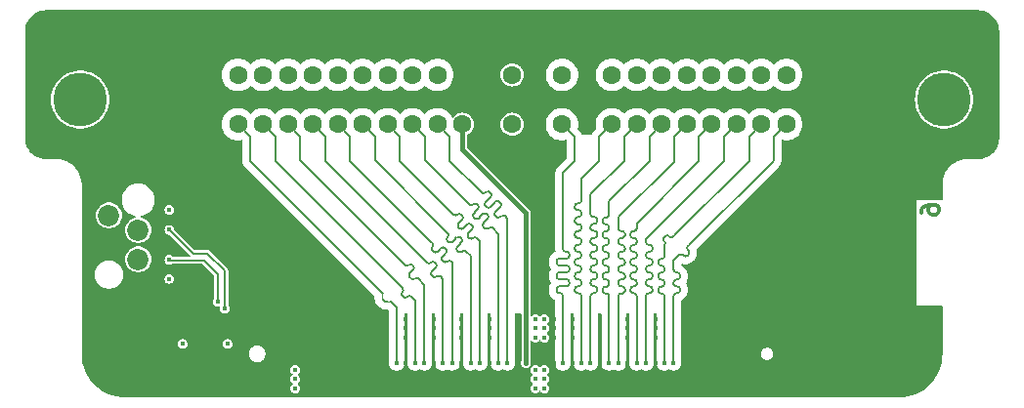
<source format=gbl>
G04 #@! TF.GenerationSoftware,KiCad,Pcbnew,8.0.6*
G04 #@! TF.CreationDate,2024-11-07T02:26:34-08:00*
G04 #@! TF.ProjectId,hvd-50-ce,6876642d-3530-42d6-9365-2e6b69636164,1*
G04 #@! TF.SameCoordinates,Original*
G04 #@! TF.FileFunction,Copper,L6,Bot*
G04 #@! TF.FilePolarity,Positive*
%FSLAX46Y46*%
G04 Gerber Fmt 4.6, Leading zero omitted, Abs format (unit mm)*
G04 Created by KiCad (PCBNEW 8.0.6) date 2024-11-07 02:26:34*
%MOMM*%
%LPD*%
G01*
G04 APERTURE LIST*
%ADD10C,0.300000*%
G04 #@! TA.AperFunction,NonConductor*
%ADD11C,0.300000*%
G04 #@! TD*
G04 #@! TA.AperFunction,ComponentPad*
%ADD12C,1.600000*%
G04 #@! TD*
G04 #@! TA.AperFunction,ComponentPad*
%ADD13C,4.650000*%
G04 #@! TD*
G04 #@! TA.AperFunction,ComponentPad*
%ADD14C,6.400000*%
G04 #@! TD*
G04 #@! TA.AperFunction,ComponentPad*
%ADD15C,1.850000*%
G04 #@! TD*
G04 #@! TA.AperFunction,ViaPad*
%ADD16C,0.450000*%
G04 #@! TD*
G04 #@! TA.AperFunction,Conductor*
%ADD17C,0.200000*%
G04 #@! TD*
G04 #@! TA.AperFunction,Conductor*
%ADD18C,0.127500*%
G04 #@! TD*
G04 #@! TA.AperFunction,Conductor*
%ADD19C,0.400000*%
G04 #@! TD*
G04 APERTURE END LIST*
D10*
D11*
X-1999172Y16214285D02*
X-1999172Y16500000D01*
X-1999172Y16500000D02*
X-1927743Y16642857D01*
X-1927743Y16642857D02*
X-1856315Y16714285D01*
X-1856315Y16714285D02*
X-1642029Y16857143D01*
X-1642029Y16857143D02*
X-1356315Y16928571D01*
X-1356315Y16928571D02*
X-784886Y16928571D01*
X-784886Y16928571D02*
X-642029Y16857143D01*
X-642029Y16857143D02*
X-570600Y16785714D01*
X-570600Y16785714D02*
X-499172Y16642857D01*
X-499172Y16642857D02*
X-499172Y16357143D01*
X-499172Y16357143D02*
X-570600Y16214285D01*
X-570600Y16214285D02*
X-642029Y16142857D01*
X-642029Y16142857D02*
X-784886Y16071428D01*
X-784886Y16071428D02*
X-1142029Y16071428D01*
X-1142029Y16071428D02*
X-1284886Y16142857D01*
X-1284886Y16142857D02*
X-1356315Y16214285D01*
X-1356315Y16214285D02*
X-1427743Y16357143D01*
X-1427743Y16357143D02*
X-1427743Y16642857D01*
X-1427743Y16642857D02*
X-1356315Y16785714D01*
X-1356315Y16785714D02*
X-1284886Y16857143D01*
X-1284886Y16857143D02*
X-1142029Y16928571D01*
D12*
G04 #@! TO.P,J5,1,Pin_1*
G04 #@! TO.N,GND*
X-63420000Y23900000D03*
G04 #@! TO.P,J5,2,Pin_2*
G04 #@! TO.N,/CON.DB0+*
X-61260000Y23900000D03*
G04 #@! TO.P,J5,3,Pin_3*
G04 #@! TO.N,/CON.DB1+*
X-59100000Y23900000D03*
G04 #@! TO.P,J5,4,Pin_4*
G04 #@! TO.N,/CON.DB2+*
X-56940000Y23900000D03*
G04 #@! TO.P,J5,5,Pin_5*
G04 #@! TO.N,/CON.DB3+*
X-54780000Y23900000D03*
G04 #@! TO.P,J5,6,Pin_6*
G04 #@! TO.N,/CON.DB4+*
X-52620000Y23900000D03*
G04 #@! TO.P,J5,7,Pin_7*
G04 #@! TO.N,/CON.DB5+*
X-50460000Y23900000D03*
G04 #@! TO.P,J5,8,Pin_8*
G04 #@! TO.N,/CON.DB6+*
X-48300000Y23900000D03*
G04 #@! TO.P,J5,9,Pin_9*
G04 #@! TO.N,/CON.DB7+*
X-46140000Y23900000D03*
G04 #@! TO.P,J5,10,Pin_10*
G04 #@! TO.N,/CON.DP0+*
X-43980000Y23900000D03*
G04 #@! TO.P,J5,11,Pin_11*
G04 #@! TO.N,/CON.DIFFSENSE*
X-41820000Y23900000D03*
G04 #@! TO.P,J5,12,Pin_12*
G04 #@! TO.N,GND*
X-39660000Y23900000D03*
G04 #@! TO.P,J5,13,Pin_13*
G04 #@! TO.N,/CON.TERMPWR*
X-37500000Y23900000D03*
G04 #@! TO.P,J5,14,Pin_14*
G04 #@! TO.N,GND*
X-35340000Y23900000D03*
G04 #@! TO.P,J5,15,Pin_15*
G04 #@! TO.N,/CON.ATN+*
X-33180000Y23900000D03*
G04 #@! TO.P,J5,16,Pin_16*
G04 #@! TO.N,GND*
X-31020000Y23900000D03*
G04 #@! TO.P,J5,17,Pin_17*
G04 #@! TO.N,/CON.BSY+*
X-28860000Y23900000D03*
G04 #@! TO.P,J5,18,Pin_18*
G04 #@! TO.N,/CON.ACK+*
X-26700000Y23900000D03*
G04 #@! TO.P,J5,19,Pin_19*
G04 #@! TO.N,/CON.RST+*
X-24540000Y23900000D03*
G04 #@! TO.P,J5,20,Pin_20*
G04 #@! TO.N,/CON.MSG+*
X-22380000Y23900000D03*
G04 #@! TO.P,J5,21,Pin_21*
G04 #@! TO.N,/CON.SEL+*
X-20220000Y23900000D03*
G04 #@! TO.P,J5,22,Pin_22*
G04 #@! TO.N,/CON.C{slash}D+*
X-18060000Y23900000D03*
G04 #@! TO.P,J5,23,Pin_23*
G04 #@! TO.N,/CON.REQ+*
X-15900000Y23900000D03*
G04 #@! TO.P,J5,24,Pin_24*
G04 #@! TO.N,/CON.I{slash}O+*
X-13740000Y23900000D03*
G04 #@! TO.P,J5,25,Pin_25*
G04 #@! TO.N,GND*
X-11580000Y23900000D03*
G04 #@! TO.P,J5,26,Pin_26*
X-63420000Y28190000D03*
G04 #@! TO.P,J5,27,Pin_27*
G04 #@! TO.N,/CON.DB0-*
X-61260000Y28190000D03*
G04 #@! TO.P,J5,28,Pin_28*
G04 #@! TO.N,/CON.DB1-*
X-59100000Y28190000D03*
G04 #@! TO.P,J5,29,Pin_29*
G04 #@! TO.N,/CON.DB2-*
X-56940000Y28190000D03*
G04 #@! TO.P,J5,30,Pin_30*
G04 #@! TO.N,/CON.DB3-*
X-54780000Y28190000D03*
G04 #@! TO.P,J5,31,Pin_31*
G04 #@! TO.N,/CON.DB4-*
X-52620000Y28190000D03*
G04 #@! TO.P,J5,32,Pin_32*
G04 #@! TO.N,/CON.DB5-*
X-50460000Y28190000D03*
G04 #@! TO.P,J5,33,Pin_33*
G04 #@! TO.N,/CON.DB6-*
X-48300000Y28190000D03*
G04 #@! TO.P,J5,34,Pin_34*
G04 #@! TO.N,/CON.DB7-*
X-46140000Y28190000D03*
G04 #@! TO.P,J5,35,Pin_35*
G04 #@! TO.N,/CON.DP0-*
X-43980000Y28190000D03*
G04 #@! TO.P,J5,36,Pin_36*
G04 #@! TO.N,GND*
X-41820000Y28190000D03*
G04 #@! TO.P,J5,37,Pin_37*
X-39660000Y28190000D03*
G04 #@! TO.P,J5,38,Pin_38*
G04 #@! TO.N,/CON.TERMPWR*
X-37500000Y28190000D03*
G04 #@! TO.P,J5,39,Pin_39*
G04 #@! TO.N,GND*
X-35340000Y28190000D03*
G04 #@! TO.P,J5,40,Pin_40*
G04 #@! TO.N,/CON.ATN-*
X-33180000Y28190000D03*
G04 #@! TO.P,J5,41,Pin_41*
G04 #@! TO.N,GND*
X-31020000Y28190000D03*
G04 #@! TO.P,J5,42,Pin_42*
G04 #@! TO.N,/CON.BSY-*
X-28860000Y28190000D03*
G04 #@! TO.P,J5,43,Pin_43*
G04 #@! TO.N,/CON.ACK-*
X-26700000Y28190000D03*
G04 #@! TO.P,J5,44,Pin_44*
G04 #@! TO.N,/CON.RST-*
X-24540000Y28190000D03*
G04 #@! TO.P,J5,45,Pin_45*
G04 #@! TO.N,/CON.MSG-*
X-22380000Y28190000D03*
G04 #@! TO.P,J5,46,Pin_46*
G04 #@! TO.N,/CON.SEL-*
X-20220000Y28190000D03*
G04 #@! TO.P,J5,47,Pin_47*
G04 #@! TO.N,/CON.C{slash}D-*
X-18060000Y28190000D03*
G04 #@! TO.P,J5,48,Pin_48*
G04 #@! TO.N,/CON.REQ-*
X-15900000Y28190000D03*
G04 #@! TO.P,J5,49,Pin_49*
G04 #@! TO.N,/CON.I{slash}O-*
X-13740000Y28190000D03*
G04 #@! TO.P,J5,50,Pin_50*
G04 #@! TO.N,GND*
X-11580000Y28190000D03*
D13*
G04 #@! TO.P,J5,SHIELD,SHIELD*
G04 #@! TO.N,Net-(C2-Pad1)*
X-75000Y26045000D03*
X-74925000Y26045000D03*
G04 #@! TD*
D14*
G04 #@! TO.P,H4,1,1*
G04 #@! TO.N,GND*
X-4000000Y4000000D03*
G04 #@! TD*
D15*
G04 #@! TO.P,J3,1,Pin_1*
G04 #@! TO.N,+3V3*
X-72440000Y16010000D03*
G04 #@! TO.P,J3,2,Pin_2*
G04 #@! TO.N,/PHY.ID_SDA*
X-69900000Y14740000D03*
G04 #@! TO.P,J3,3,Pin_3*
G04 #@! TO.N,GND*
X-72440000Y13470000D03*
G04 #@! TO.P,J3,4,Pin_4*
G04 #@! TO.N,/PHY.ID_SCL*
X-69900000Y12200000D03*
G04 #@! TD*
D14*
G04 #@! TO.P,H3,1,1*
G04 #@! TO.N,GND*
X-71000000Y4000000D03*
G04 #@! TD*
D16*
G04 #@! TO.N,GND*
X-20300000Y5400000D03*
X-22700000Y1800000D03*
X-49100000Y1800000D03*
X-53900000Y1000000D03*
X-29900000Y2600000D03*
X-39500000Y6200000D03*
X-39500000Y1800000D03*
X-44300000Y7000000D03*
X-49100000Y6200000D03*
X-33900000Y3200000D03*
X-32300000Y3200000D03*
X-64650000Y4000000D03*
X-46700000Y6200000D03*
X-17900000Y3200000D03*
X-51500000Y2600000D03*
X-54700000Y3200000D03*
X-27500000Y2600000D03*
X-39500000Y7000000D03*
X-32300000Y1800000D03*
X-53900000Y5400000D03*
X-20300000Y1800000D03*
X-25100000Y3200000D03*
X-53900000Y2600000D03*
X-37100000Y5400000D03*
X-51500000Y3200000D03*
X-63600000Y4000000D03*
X-25100000Y7000000D03*
X-39500000Y5400000D03*
X-33900000Y1000000D03*
X-27500000Y3200000D03*
X-22700000Y3200000D03*
X-41900000Y1000000D03*
X-64100000Y4500000D03*
X-33900000Y2600000D03*
X-49100000Y2600000D03*
X-33900000Y6200000D03*
X-51500000Y5400000D03*
X-44300000Y6200000D03*
X-27500000Y6200000D03*
X-39500000Y3200000D03*
X-39500000Y1000000D03*
X-25100000Y1800000D03*
X-41900000Y7000000D03*
X-53900000Y7000000D03*
X-41900000Y6200000D03*
X-27500000Y5400000D03*
X-54700000Y6200000D03*
X-29900000Y1000000D03*
X-20300000Y1000000D03*
X-53900000Y1800000D03*
X-51500000Y6200000D03*
X-20300000Y2600000D03*
X-41900000Y3200000D03*
X-22700000Y1000000D03*
X-44300000Y5400000D03*
X-33900000Y1800000D03*
X-32300000Y5400000D03*
X-20300000Y6200000D03*
X-37100000Y6200000D03*
X-25100000Y2600000D03*
X-37100000Y7000000D03*
X-39500000Y2600000D03*
X-29900000Y3200000D03*
X-25100000Y6200000D03*
X-33900000Y7000000D03*
X-51500000Y7000000D03*
X-54700000Y7000000D03*
X-29900000Y7000000D03*
X-44300000Y1800000D03*
X-22700000Y2600000D03*
X-17900000Y5400000D03*
X-49100000Y3200000D03*
X-41900000Y2600000D03*
X-17900000Y7000000D03*
X-44300000Y1000000D03*
X-32300000Y7000000D03*
X-51500000Y1800000D03*
X-54700000Y5400000D03*
X-53900000Y3200000D03*
X-22700000Y6200000D03*
X-57100000Y5400000D03*
X-37100000Y1800000D03*
X-46700000Y1000000D03*
X-25100000Y1000000D03*
X-32300000Y2600000D03*
X-44300000Y2600000D03*
X-46700000Y5400000D03*
X-54700000Y1800000D03*
X-22700000Y7000000D03*
X-46700000Y2600000D03*
X-37100000Y1000000D03*
X-37100000Y2600000D03*
X-51500000Y1000000D03*
X-20300000Y3200000D03*
X-17900000Y1000000D03*
X-20300000Y7000000D03*
X-57100000Y6200000D03*
X-32300000Y1000000D03*
X-33900000Y5400000D03*
X-46700000Y1800000D03*
X-29900000Y5400000D03*
X-27500000Y1800000D03*
X-41900000Y1800000D03*
X-53900000Y6200000D03*
X-41900000Y5400000D03*
X-29900000Y6200000D03*
X-49100000Y5400000D03*
X-54700000Y2600000D03*
X-49100000Y7000000D03*
X-49100000Y1000000D03*
X-37100000Y3200000D03*
X-46700000Y3200000D03*
X-46700000Y7000000D03*
X-29900000Y1800000D03*
X-25100000Y5400000D03*
X-64100000Y3500000D03*
X-32300000Y6200000D03*
X-44300000Y3200000D03*
X-17900000Y6200000D03*
X-27500000Y1000000D03*
X-57100000Y7000000D03*
X-22700000Y5400000D03*
X-17900000Y2600000D03*
X-54700000Y1000000D03*
X-17900000Y1800000D03*
X-27500000Y7000000D03*
X-66050000Y3150000D03*
G04 #@! TO.N,/PHY.ID_SCL*
X-67200000Y12150000D03*
X-63000000Y8500000D03*
G04 #@! TO.N,+3V3*
X-56300000Y1800000D03*
X-67200000Y16500000D03*
X-67200000Y10500000D03*
X-66050000Y4850000D03*
X-56300000Y1000000D03*
X-56300000Y2600000D03*
X-62150000Y4850000D03*
G04 #@! TO.N,/PHY.ID_SDA*
X-67200000Y14750000D03*
X-62400000Y7900000D03*
G04 #@! TO.N,/CON.C{slash}D+*
X-25900000Y3200000D03*
G04 #@! TO.N,/CON.ACK+*
X-30700000Y3200000D03*
G04 #@! TO.N,/CON.TERMPWR*
X-34700000Y1000000D03*
X-35500000Y5400000D03*
X-34700000Y1800000D03*
X-34700000Y2600000D03*
X-34700000Y7000000D03*
X-35500000Y6199999D03*
X-34700000Y6200000D03*
X-35500000Y7000000D03*
X-35500000Y2600000D03*
X-35500000Y1000000D03*
X-35500000Y1800001D03*
X-34700000Y5400000D03*
G04 #@! TO.N,/CON.BSY+*
X-31500000Y3200000D03*
G04 #@! TO.N,/CON.DB5+*
X-41100000Y3200000D03*
G04 #@! TO.N,/CON.DP0+*
X-37900000Y3200000D03*
G04 #@! TO.N,/CON.SEL+*
X-26700000Y3200000D03*
G04 #@! TO.N,/CON.ATN+*
X-33100000Y3200000D03*
G04 #@! TO.N,/CON.DB7+*
X-38700000Y3200000D03*
G04 #@! TO.N,/CON.REQ+*
X-24300000Y3200000D03*
G04 #@! TO.N,/CON.MSG+*
X-28300000Y3200000D03*
G04 #@! TO.N,/CON.DB3+*
X-43500000Y3200000D03*
G04 #@! TO.N,/CON.DIFFSENSE*
X-36300000Y3200000D03*
G04 #@! TO.N,/CON.I{slash}O+*
X-23500000Y3200000D03*
G04 #@! TO.N,/CON.DB4+*
X-42700000Y3200000D03*
G04 #@! TO.N,/CON.RST+*
X-29100000Y3200000D03*
G04 #@! TO.N,/CON.DB6+*
X-40300000Y3200000D03*
G04 #@! TO.N,/CON.DB1+*
X-45900000Y3200000D03*
G04 #@! TO.N,/CON.DB2+*
X-45100000Y3200000D03*
G04 #@! TO.N,/CON.DB0+*
X-47500000Y3200000D03*
G04 #@! TD*
D17*
G04 #@! TO.N,/PHY.ID_SCL*
X-64200000Y12100000D02*
X-67150000Y12100000D01*
X-67150000Y12100000D02*
X-67200000Y12150000D01*
X-63000000Y10900000D02*
X-64200000Y12100000D01*
X-63000000Y8500000D02*
X-63000000Y10900000D01*
G04 #@! TO.N,/PHY.ID_SDA*
X-62400000Y11200000D02*
X-63900000Y12700000D01*
X-65150000Y12700000D02*
X-67200000Y14750000D01*
X-62400000Y7900000D02*
X-62400000Y11200000D01*
X-63900000Y12700000D02*
X-65150000Y12700000D01*
D18*
G04 #@! TO.N,/CON.C{slash}D+*
X-25900000Y11284793D02*
X-25900000Y11404793D01*
X-25660000Y10444793D02*
X-25577464Y10444793D01*
X-25660000Y12844793D02*
X-25577464Y12844793D01*
X-25900000Y10084793D02*
X-25900000Y10204793D01*
X-25337464Y11884793D02*
X-25337464Y12004793D01*
X-25337464Y10684793D02*
X-25337464Y10804793D01*
X-25337464Y13084793D02*
X-25337464Y13204793D01*
X-25337464Y9484793D02*
X-25337464Y9604793D01*
X-25900000Y12484793D02*
X-25900000Y12604793D01*
X-19130000Y20720000D02*
X-19130000Y20729844D01*
X-19130000Y22830000D02*
X-18060000Y23900000D01*
X-25577464Y9844793D02*
X-25660000Y9844793D01*
X-25577464Y11044793D02*
X-25660000Y11044793D01*
X-25900000Y13684793D02*
X-25900000Y13804793D01*
X-25577464Y13444793D02*
X-25660000Y13444793D01*
X-25577464Y12244793D02*
X-25660000Y12244793D01*
X-25660000Y11644793D02*
X-25577464Y11644793D01*
X-19130000Y20729844D02*
X-19130000Y22830000D01*
X-25660000Y9244793D02*
X-25577464Y9244793D01*
X-25900000Y3200000D02*
X-25900000Y9004793D01*
X-25900000Y13804793D02*
X-25900000Y13950000D01*
X-25900000Y13950000D02*
X-19130000Y20720000D01*
X-25660000Y12244793D02*
G75*
G02*
X-25900007Y12484793I0J240007D01*
G01*
X-25900000Y10204793D02*
G75*
G02*
X-25660000Y10444800I240000J7D01*
G01*
X-25337464Y10804793D02*
G75*
G03*
X-25577464Y11044836I-240036J7D01*
G01*
X-25900000Y9004793D02*
G75*
G02*
X-25660000Y9244800I240000J7D01*
G01*
X-25577464Y11644793D02*
G75*
G03*
X-25337493Y11884793I-36J240007D01*
G01*
X-25337464Y13204793D02*
G75*
G03*
X-25577464Y13444836I-240036J7D01*
G01*
X-25337464Y12004793D02*
G75*
G03*
X-25577464Y12244836I-240036J7D01*
G01*
X-25900000Y11404793D02*
G75*
G02*
X-25660000Y11644800I240000J7D01*
G01*
X-25577464Y10444793D02*
G75*
G03*
X-25337493Y10684793I-36J240007D01*
G01*
X-25660000Y9844793D02*
G75*
G02*
X-25900007Y10084793I0J240007D01*
G01*
X-25900000Y12604793D02*
G75*
G02*
X-25660000Y12844800I240000J7D01*
G01*
X-25337464Y9604793D02*
G75*
G03*
X-25577464Y9844836I-240036J7D01*
G01*
X-25660000Y13444793D02*
G75*
G02*
X-25900007Y13684793I0J240007D01*
G01*
X-25660000Y11044793D02*
G75*
G02*
X-25900007Y11284793I0J240007D01*
G01*
X-25577464Y9244793D02*
G75*
G03*
X-25337493Y9484793I-36J240007D01*
G01*
X-25577464Y12844793D02*
G75*
G03*
X-25337493Y13084793I-36J240007D01*
G01*
G04 #@! TO.N,/CON.ACK+*
X-30123758Y11901893D02*
X-30123758Y12021893D01*
X-30460000Y15261893D02*
X-30363751Y15261893D01*
X-27760000Y22840000D02*
X-26700000Y23900000D01*
X-30700000Y16221893D02*
X-30700000Y17800000D01*
X-30123751Y15501893D02*
X-30123751Y15621893D01*
X-30700000Y13701893D02*
X-30700000Y13821893D01*
X-30460000Y10461893D02*
X-30363758Y10461893D01*
X-27760000Y20740000D02*
X-27760000Y20765382D01*
X-30363758Y12261893D02*
X-30460000Y12261893D01*
X-30123758Y13101893D02*
X-30123758Y13221893D01*
X-30123758Y10701893D02*
X-30123758Y10821893D01*
X-30460000Y14061893D02*
X-30363755Y14061893D01*
X-30700000Y17800000D02*
X-27760000Y20740000D01*
X-30363758Y11061893D02*
X-30460000Y11061893D01*
X-30123755Y14301893D02*
X-30123755Y14421893D01*
X-30700000Y14901893D02*
X-30700000Y15021893D01*
X-30700000Y11301893D02*
X-30700000Y11421893D01*
X-30460000Y12861893D02*
X-30363758Y12861893D01*
X-30363765Y9861893D02*
X-30460000Y9861893D01*
X-30363755Y14661893D02*
X-30460000Y14661893D01*
X-30700000Y12501893D02*
X-30700000Y12621893D01*
X-30123765Y9501893D02*
X-30123765Y9621893D01*
X-30460000Y11661893D02*
X-30363758Y11661893D01*
X-27760000Y20765382D02*
X-27760000Y22840000D01*
X-30460000Y9261893D02*
X-30363765Y9261893D01*
X-30363758Y13461893D02*
X-30460000Y13461893D01*
X-30700000Y3200000D02*
X-30700000Y9021893D01*
X-30700000Y10101893D02*
X-30700000Y10221893D01*
X-30363751Y15861893D02*
X-30460000Y15861893D01*
X-30700000Y16101893D02*
X-30700000Y16221893D01*
X-30363758Y11661893D02*
G75*
G03*
X-30123793Y11901893I-42J240007D01*
G01*
X-30363755Y14061893D02*
G75*
G03*
X-30123793Y14301893I-45J240007D01*
G01*
X-30363758Y12861893D02*
G75*
G03*
X-30123793Y13101893I-42J240007D01*
G01*
X-30460000Y13461893D02*
G75*
G02*
X-30700007Y13701893I0J240007D01*
G01*
X-30123758Y10821893D02*
G75*
G03*
X-30363758Y11061942I-240042J7D01*
G01*
X-30363751Y15261893D02*
G75*
G03*
X-30123693Y15501893I51J240007D01*
G01*
X-30460000Y9861893D02*
G75*
G02*
X-30700007Y10101893I0J240007D01*
G01*
X-30700000Y10221893D02*
G75*
G02*
X-30460000Y10461900I240000J7D01*
G01*
X-30460000Y11061893D02*
G75*
G02*
X-30700007Y11301893I0J240007D01*
G01*
X-30700000Y13821893D02*
G75*
G02*
X-30460000Y14061900I240000J7D01*
G01*
X-30123755Y14421893D02*
G75*
G03*
X-30363755Y14661945I-240045J7D01*
G01*
X-30460000Y15861893D02*
G75*
G02*
X-30700007Y16101893I0J240007D01*
G01*
X-30460000Y14661893D02*
G75*
G02*
X-30700007Y14901893I0J240007D01*
G01*
X-30363765Y9261893D02*
G75*
G03*
X-30123793Y9501893I-35J240007D01*
G01*
X-30123758Y13221893D02*
G75*
G03*
X-30363758Y13461942I-240042J7D01*
G01*
X-30700000Y11421893D02*
G75*
G02*
X-30460000Y11661900I240000J7D01*
G01*
X-30700000Y12621893D02*
G75*
G02*
X-30460000Y12861900I240000J7D01*
G01*
X-30460000Y12261893D02*
G75*
G02*
X-30700007Y12501893I0J240007D01*
G01*
X-30363758Y10461893D02*
G75*
G03*
X-30123793Y10701893I-42J240007D01*
G01*
X-30700000Y9021893D02*
G75*
G02*
X-30460000Y9261900I240000J7D01*
G01*
X-30123765Y9621893D02*
G75*
G03*
X-30363765Y9861935I-240035J7D01*
G01*
X-30700000Y15021893D02*
G75*
G02*
X-30460000Y15261900I240000J7D01*
G01*
X-30123751Y15621893D02*
G75*
G03*
X-30363751Y15861849I-239949J7D01*
G01*
X-30123758Y12021893D02*
G75*
G03*
X-30363758Y12261942I-240042J7D01*
G01*
G04 #@! TO.N,/CON.BSY+*
X-29960000Y22800000D02*
X-28860000Y23900000D01*
X-31740000Y11651201D02*
X-31823603Y11651201D01*
X-31500000Y3200000D02*
X-31500000Y9011201D01*
X-31500000Y16091201D02*
X-31500000Y16211201D01*
X-31823588Y17051201D02*
X-31740000Y17051201D01*
X-31500000Y14891201D02*
X-31500000Y15011201D01*
X-31823603Y13451201D02*
X-31740000Y13451201D01*
X-32063588Y15491201D02*
X-32063588Y15611201D01*
X-32063603Y10691201D02*
X-32063603Y10811201D01*
X-29960000Y20750553D02*
X-29960000Y22800000D01*
X-31500000Y12491201D02*
X-31500000Y12611201D01*
X-31740000Y15251201D02*
X-31823588Y15251201D01*
X-29960000Y20740000D02*
X-29960000Y20750553D01*
X-31500000Y17291201D02*
X-31500000Y17411201D01*
X-32063603Y11891201D02*
X-32063603Y12011201D01*
X-31500000Y19200000D02*
X-29960000Y20740000D01*
X-31823588Y15851201D02*
X-31740000Y15851201D01*
X-31823603Y9851201D02*
X-31740000Y9851201D01*
X-31500000Y13691201D02*
X-31500000Y13811201D01*
X-31823603Y12251201D02*
X-31740000Y12251201D01*
X-32063603Y13091201D02*
X-32063603Y13211201D01*
X-31740000Y14051201D02*
X-31823588Y14051201D01*
X-31740000Y12851201D02*
X-31823603Y12851201D01*
X-31740000Y16451201D02*
X-31823588Y16451201D01*
X-31740000Y9251201D02*
X-31823603Y9251201D01*
X-31500000Y10091201D02*
X-31500000Y10211201D01*
X-31500000Y17411201D02*
X-31500000Y19200000D01*
X-32063588Y14291201D02*
X-32063588Y14411201D01*
X-31823588Y14651201D02*
X-31740000Y14651201D01*
X-31823603Y11051201D02*
X-31740000Y11051201D01*
X-31500000Y11291201D02*
X-31500000Y11411201D01*
X-32063603Y9491201D02*
X-32063603Y9611201D01*
X-32063588Y16691201D02*
X-32063588Y16811201D01*
X-31740000Y10451201D02*
X-31823603Y10451201D01*
X-32063588Y14411201D02*
G75*
G02*
X-31823588Y14651188I239988J-1D01*
G01*
X-31740000Y9851201D02*
G75*
G03*
X-31500001Y10091201I0J239999D01*
G01*
X-31823603Y10451201D02*
G75*
G02*
X-32063599Y10691201I3J239999D01*
G01*
X-31500000Y13811201D02*
G75*
G03*
X-31740000Y14051200I-240000J-1D01*
G01*
X-31500000Y9011201D02*
G75*
G03*
X-31740000Y9251200I-240000J-1D01*
G01*
X-31500000Y16211201D02*
G75*
G03*
X-31740000Y16451200I-240000J-1D01*
G01*
X-31823588Y15251201D02*
G75*
G02*
X-32063599Y15491201I-12J239999D01*
G01*
X-31740000Y12251201D02*
G75*
G03*
X-31500001Y12491201I0J239999D01*
G01*
X-31740000Y17051201D02*
G75*
G03*
X-31500001Y17291201I0J239999D01*
G01*
X-31823603Y11651201D02*
G75*
G02*
X-32063599Y11891201I3J239999D01*
G01*
X-31500000Y11411201D02*
G75*
G03*
X-31740000Y11651200I-240000J-1D01*
G01*
X-31500000Y12611201D02*
G75*
G03*
X-31740000Y12851200I-240000J-1D01*
G01*
X-31740000Y13451201D02*
G75*
G03*
X-31500001Y13691201I0J239999D01*
G01*
X-31500000Y10211201D02*
G75*
G03*
X-31740000Y10451200I-240000J-1D01*
G01*
X-31740000Y11051201D02*
G75*
G03*
X-31500001Y11291201I0J239999D01*
G01*
X-31823603Y9251201D02*
G75*
G02*
X-32063599Y9491201I3J239999D01*
G01*
X-32063603Y13211201D02*
G75*
G02*
X-31823603Y13451203I240003J-1D01*
G01*
X-32063588Y16811201D02*
G75*
G02*
X-31823588Y17051188I239988J-1D01*
G01*
X-32063603Y10811201D02*
G75*
G02*
X-31823603Y11051203I240003J-1D01*
G01*
X-31500000Y15011201D02*
G75*
G03*
X-31740000Y15251200I-240000J-1D01*
G01*
X-32063588Y15611201D02*
G75*
G02*
X-31823588Y15851188I239988J-1D01*
G01*
X-31823588Y14051201D02*
G75*
G02*
X-32063599Y14291201I-12J239999D01*
G01*
X-31823603Y12851201D02*
G75*
G02*
X-32063599Y13091201I3J239999D01*
G01*
X-32063603Y9611201D02*
G75*
G02*
X-31823603Y9851203I240003J-1D01*
G01*
X-31740000Y15851201D02*
G75*
G03*
X-31500001Y16091201I0J239999D01*
G01*
X-31740000Y14651201D02*
G75*
G03*
X-31500001Y14891201I0J239999D01*
G01*
X-32063603Y12011201D02*
G75*
G02*
X-31823603Y12251203I240003J-1D01*
G01*
X-31823588Y16451201D02*
G75*
G02*
X-32063599Y16691201I-12J239999D01*
G01*
G04 #@! TO.N,/CON.DB5+*
X-42070156Y13470156D02*
X-42070154Y13470154D01*
X-42174654Y12856537D02*
X-42259509Y12941392D01*
X-42494421Y13894421D02*
X-42494420Y13894420D01*
X-42239862Y13300450D02*
X-42070156Y13470156D01*
X-49360000Y22800000D02*
X-50460000Y23900000D01*
X-42305078Y14083763D02*
X-42494421Y13894421D01*
X-41100000Y12500000D02*
X-41476182Y12876182D01*
X-43023174Y13705078D02*
X-43108027Y13789931D01*
X-49355990Y20755990D02*
X-49360000Y20760000D01*
X-42259509Y13280804D02*
X-42239862Y13300450D01*
X-43108027Y14129343D02*
X-43088391Y14148982D01*
X-42070154Y13470154D02*
X-41880812Y13659497D01*
X-43088390Y14488392D02*
X-43173243Y14573243D01*
X-41100000Y3200000D02*
X-41100000Y12500000D01*
X-43173243Y14573243D02*
X-49355990Y20755990D01*
X-42664127Y13724716D02*
X-42683764Y13705079D01*
X-41815594Y12876182D02*
X-41835242Y12856537D01*
X-42494420Y13894420D02*
X-42664127Y13724716D01*
X-49360000Y20760000D02*
X-49360000Y22800000D01*
X-41880812Y13998908D02*
X-41965667Y14083763D01*
X-42683764Y13705079D02*
G75*
G02*
X-43023204Y13705047I-169736J169721D01*
G01*
X-41476182Y12876182D02*
G75*
G03*
X-41815594Y12876182I-169706J-169701D01*
G01*
X-42259509Y12941392D02*
G75*
G02*
X-42259511Y13280806I169709J169708D01*
G01*
X-41835242Y12856537D02*
G75*
G02*
X-42174654Y12856537I-169706J169701D01*
G01*
X-43108027Y13789931D02*
G75*
G02*
X-43107990Y14129306I169727J169669D01*
G01*
X-41965667Y14083763D02*
G75*
G03*
X-42305077Y14083763I-169705J-169703D01*
G01*
X-41880812Y13659497D02*
G75*
G03*
X-41880814Y13998905I-169688J169703D01*
G01*
X-43088391Y14148982D02*
G75*
G03*
X-43088377Y14488404I-169709J169718D01*
G01*
G04 #@! TO.N,/CON.DP0+*
X-40175999Y17975999D02*
X-40260851Y18060851D01*
X-39582031Y17382030D02*
X-39582028Y17382028D01*
X-42920000Y20746696D02*
X-42920000Y22840000D01*
X-38733497Y16533498D02*
X-38733495Y16533495D01*
X-40260851Y18060851D02*
X-42920000Y20720000D01*
X-38971331Y16295661D02*
X-38903203Y16363792D01*
X-39582028Y17382028D02*
X-39412323Y17551734D01*
X-38886476Y15871394D02*
X-38971331Y15956249D01*
X-39157762Y16957762D02*
X-39157761Y16957761D01*
X-38478935Y15939523D02*
X-38547066Y15871395D01*
X-39768407Y18044179D02*
X-39836588Y17975999D01*
X-37900000Y15700000D02*
X-38139523Y15939523D01*
X-39412323Y17551734D02*
X-39344142Y17619915D01*
X-42920000Y20720000D02*
X-42920000Y20746696D01*
X-38733495Y16533495D02*
X-38495619Y16771372D01*
X-39344142Y17959326D02*
X-39428995Y18044179D01*
X-39735071Y16719866D02*
X-39819927Y16804722D01*
X-38919885Y17195638D02*
X-39157762Y16957762D01*
X-38903203Y16363792D02*
X-38733497Y16533498D01*
X-38495619Y17110783D02*
X-38580474Y17195638D01*
X-39819926Y17144132D02*
X-39582031Y17382030D01*
X-39157761Y16957761D02*
X-39395659Y16719866D01*
X-37900000Y3200000D02*
X-37900000Y15700000D01*
X-42920000Y22840000D02*
X-43980000Y23900000D01*
X-39344142Y17619915D02*
G75*
G03*
X-39344162Y17959305I-169658J169685D01*
G01*
X-39836588Y17975999D02*
G75*
G02*
X-40175998Y17975999I-169705J169703D01*
G01*
X-38971331Y15956249D02*
G75*
G02*
X-38971376Y16295706I169731J169751D01*
G01*
X-39395659Y16719866D02*
G75*
G02*
X-39735071Y16719866I-169706J169701D01*
G01*
X-38580474Y17195638D02*
G75*
G03*
X-38919884Y17195638I-169705J-169703D01*
G01*
X-38495619Y16771372D02*
G75*
G03*
X-38495596Y17110806I-169681J169728D01*
G01*
X-39819927Y16804722D02*
G75*
G02*
X-39819900Y17144106I169727J169678D01*
G01*
X-38547066Y15871395D02*
G75*
G02*
X-38886504Y15871365I-169734J169705D01*
G01*
X-39428995Y18044179D02*
G75*
G03*
X-39768407Y18044179I-169706J-169704D01*
G01*
X-38139523Y15939523D02*
G75*
G03*
X-38478935Y15939523I-169706J-169701D01*
G01*
G04 #@! TO.N,/CON.SEL+*
X-27247582Y11884711D02*
X-27247582Y12004711D01*
X-26700000Y15004711D02*
X-26700000Y15300000D01*
X-26940000Y11644711D02*
X-27007582Y11644711D01*
X-26700000Y14884711D02*
X-26700000Y15004711D01*
X-27247582Y14284711D02*
X-27247582Y14404711D01*
X-21300000Y22820000D02*
X-20220000Y23900000D01*
X-26940000Y12844711D02*
X-27007582Y12844711D01*
X-26700000Y3200000D02*
X-26700000Y9004711D01*
X-26700000Y10084711D02*
X-26700000Y10204711D01*
X-27007582Y12244711D02*
X-26940000Y12244711D01*
X-27247582Y13084711D02*
X-27247582Y13204711D01*
X-26700000Y15300000D02*
X-21300000Y20700000D01*
X-27007582Y9844711D02*
X-26940000Y9844711D01*
X-26700000Y13684711D02*
X-26700000Y13804711D01*
X-26940000Y10444711D02*
X-27007582Y10444711D01*
X-21300000Y20700000D02*
X-21300000Y20713735D01*
X-26940000Y14044711D02*
X-27007582Y14044711D01*
X-27007582Y13444711D02*
X-26940000Y13444711D01*
X-27007582Y14644711D02*
X-26940000Y14644711D01*
X-26700000Y11284711D02*
X-26700000Y11404711D01*
X-21300000Y20713735D02*
X-21300000Y22820000D01*
X-26940000Y9244711D02*
X-27007582Y9244711D01*
X-26700000Y12484711D02*
X-26700000Y12604711D01*
X-27247582Y9484711D02*
X-27247582Y9604711D01*
X-27247582Y10684711D02*
X-27247582Y10804711D01*
X-27007582Y11044711D02*
X-26940000Y11044711D01*
X-27247582Y12004711D02*
G75*
G02*
X-27007582Y12244682I239982J-11D01*
G01*
X-27007582Y12844711D02*
G75*
G02*
X-27247589Y13084711I-18J239989D01*
G01*
X-27007582Y9244711D02*
G75*
G02*
X-27247589Y9484711I-18J239989D01*
G01*
X-27007582Y14044711D02*
G75*
G02*
X-27247589Y14284711I-18J239989D01*
G01*
X-26700000Y10204711D02*
G75*
G03*
X-26940000Y10444700I-240000J-11D01*
G01*
X-26940000Y12244711D02*
G75*
G03*
X-26700011Y12484711I0J239989D01*
G01*
X-26700000Y9004711D02*
G75*
G03*
X-26940000Y9244700I-240000J-11D01*
G01*
X-26940000Y13444711D02*
G75*
G03*
X-26700011Y13684711I0J239989D01*
G01*
X-26700000Y13804711D02*
G75*
G03*
X-26940000Y14044700I-240000J-11D01*
G01*
X-26940000Y11044711D02*
G75*
G03*
X-26700011Y11284711I0J239989D01*
G01*
X-27007582Y11644711D02*
G75*
G02*
X-27247589Y11884711I-18J239989D01*
G01*
X-27247582Y14404711D02*
G75*
G02*
X-27007582Y14644682I239982J-11D01*
G01*
X-26700000Y12604711D02*
G75*
G03*
X-26940000Y12844700I-240000J-11D01*
G01*
X-26700000Y11404711D02*
G75*
G03*
X-26940000Y11644700I-240000J-11D01*
G01*
X-26940000Y14644711D02*
G75*
G03*
X-26700011Y14884711I0J239989D01*
G01*
X-26940000Y9844711D02*
G75*
G03*
X-26700011Y10084711I0J239989D01*
G01*
X-27247582Y9604711D02*
G75*
G02*
X-27007582Y9844682I239982J-11D01*
G01*
X-27247582Y10804711D02*
G75*
G02*
X-27007582Y11044682I239982J-11D01*
G01*
X-27247582Y13204711D02*
G75*
G02*
X-27007582Y13444682I239982J-11D01*
G01*
X-27007582Y10444711D02*
G75*
G02*
X-27247589Y10684711I-18J239989D01*
G01*
G04 #@! TO.N,/CON.ATN+*
X-33655989Y9499294D02*
X-33655989Y9619294D01*
X-32860000Y12259294D02*
X-32784011Y12259294D01*
X-33100000Y12259294D02*
X-32860000Y12259294D01*
X-33100000Y3200000D02*
X-33100000Y9019294D01*
X-32784011Y12859294D02*
X-32860000Y12859294D01*
X-32090000Y20758861D02*
X-32090000Y22810000D01*
X-33655989Y10699294D02*
X-33655989Y10819294D01*
X-33415960Y12259294D02*
X-33100000Y12259294D01*
X-33100000Y11059294D02*
X-32784026Y11059294D01*
X-32090000Y20710000D02*
X-32090000Y20758861D01*
X-32544011Y12499294D02*
X-32544011Y12619294D01*
X-33100000Y19700000D02*
X-32090000Y20710000D01*
X-33655960Y11899294D02*
X-33655960Y12019294D01*
X-32784011Y10459294D02*
X-33100000Y10459294D01*
X-32544011Y10099294D02*
X-32544011Y10219294D01*
X-33340000Y9259294D02*
X-33415989Y9259294D01*
X-33100000Y9859294D02*
X-32784011Y9859294D01*
X-33415989Y9859294D02*
X-33340000Y9859294D01*
X-33100000Y11659294D02*
X-33415960Y11659294D01*
X-33100000Y13099294D02*
X-33100000Y13219294D01*
X-33100000Y13219294D02*
X-33100000Y19700000D01*
X-33415989Y11059294D02*
X-33100000Y11059294D01*
X-33100000Y10459294D02*
X-33415989Y10459294D01*
X-33340000Y9859294D02*
X-33100000Y9859294D01*
X-32090000Y22810000D02*
X-33180000Y23900000D01*
X-32784026Y11659294D02*
X-33100000Y11659294D01*
X-32544026Y11299294D02*
X-32544026Y11419294D01*
X-33655960Y12019294D02*
G75*
G02*
X-33415960Y12259260I239960J6D01*
G01*
X-33415989Y10459294D02*
G75*
G02*
X-33656006Y10699294I-11J240006D01*
G01*
X-32544011Y12619294D02*
G75*
G03*
X-32784011Y12859289I-239989J6D01*
G01*
X-32784011Y9859294D02*
G75*
G03*
X-32543994Y10099294I11J240006D01*
G01*
X-32784026Y11059294D02*
G75*
G03*
X-32543994Y11299294I26J240006D01*
G01*
X-32544011Y10219294D02*
G75*
G03*
X-32784011Y10459289I-239989J6D01*
G01*
X-32860000Y12859294D02*
G75*
G02*
X-33100006Y13099294I0J240006D01*
G01*
X-33655989Y10819294D02*
G75*
G02*
X-33415989Y11059289I239989J6D01*
G01*
X-32784011Y12259294D02*
G75*
G03*
X-32543994Y12499294I11J240006D01*
G01*
X-33100000Y9019294D02*
G75*
G03*
X-33340000Y9259300I-240000J6D01*
G01*
X-32544026Y11419294D02*
G75*
G03*
X-32784026Y11659274I-239974J6D01*
G01*
X-33655989Y9619294D02*
G75*
G02*
X-33415989Y9859289I239989J6D01*
G01*
X-33415960Y11659294D02*
G75*
G02*
X-33656006Y11899294I-40J240006D01*
G01*
X-33415989Y9259294D02*
G75*
G02*
X-33656006Y9499294I-11J240006D01*
G01*
G04 #@! TO.N,/CON.DB7+*
X-40471642Y16887230D02*
X-40556495Y16972083D01*
X-39811199Y15511200D02*
X-39811197Y15511197D01*
X-45080000Y20817241D02*
X-45080000Y22840000D01*
X-40235464Y15935464D02*
X-40235463Y15935463D01*
X-45080000Y22840000D02*
X-46140000Y23900000D01*
X-39623079Y16038727D02*
X-39707934Y16123582D01*
X-41338553Y17038553D02*
X-45080000Y20780000D01*
X-40235463Y15935463D02*
X-40423563Y15747366D01*
X-38700000Y14400000D02*
X-39217225Y14917225D01*
X-41253701Y16953701D02*
X-41338553Y17038553D01*
X-40659730Y16359730D02*
X-40490025Y16529436D01*
X-38700000Y3200000D02*
X-38700000Y14400000D01*
X-45080000Y20780000D02*
X-45080000Y20817241D01*
X-39980905Y15341494D02*
X-39811199Y15511200D01*
X-40490025Y16529436D02*
X-40471642Y16547819D01*
X-40659731Y16359731D02*
X-40659730Y16359730D01*
X-40762973Y15747365D02*
X-40847829Y15832221D01*
X-39914380Y14898894D02*
X-39999235Y14983749D01*
X-39811197Y15511197D02*
X-39623079Y15699316D01*
X-40847830Y16171633D02*
X-40659731Y16359731D01*
X-39556637Y14917225D02*
X-39574970Y14898895D01*
X-39999235Y15323161D02*
X-39980905Y15341494D01*
X-40895907Y16972083D02*
X-40914290Y16953701D01*
X-40047345Y16123582D02*
X-40235464Y15935464D01*
X-39574970Y14898895D02*
G75*
G02*
X-39914404Y14898869I-169730J169705D01*
G01*
X-40556495Y16972083D02*
G75*
G03*
X-40895907Y16972083I-169706J-169704D01*
G01*
X-39999235Y14983749D02*
G75*
G02*
X-39999280Y15323206I169735J169751D01*
G01*
X-39623079Y15699316D02*
G75*
G03*
X-39623100Y16038706I-169721J169684D01*
G01*
X-39217225Y14917225D02*
G75*
G03*
X-39556637Y14917225I-169706J-169701D01*
G01*
X-40847829Y15832221D02*
G75*
G02*
X-40847803Y16171606I169729J169679D01*
G01*
X-39707934Y16123582D02*
G75*
G03*
X-40047344Y16123582I-169705J-169703D01*
G01*
X-40471642Y16547819D02*
G75*
G03*
X-40471666Y16887205I-169658J169681D01*
G01*
X-40423563Y15747366D02*
G75*
G02*
X-40763004Y15747333I-169737J169734D01*
G01*
X-40914290Y16953701D02*
G75*
G02*
X-41253700Y16953701I-169705J169703D01*
G01*
G04 #@! TO.N,/CON.REQ+*
X-24300000Y12472179D02*
X-24300000Y12592179D01*
X-24299999Y13739412D02*
X-24337846Y13777259D01*
X-23451470Y14248529D02*
X-17052141Y20647859D01*
X-24300000Y11272179D02*
X-24300000Y11392179D01*
X-24593525Y9832179D02*
X-24540000Y9832179D01*
X-16960000Y20740000D02*
X-16960000Y20766467D01*
X-24300000Y3200000D02*
X-24300000Y8992179D01*
X-24540000Y9232179D02*
X-24593525Y9232179D01*
X-24540000Y11632179D02*
X-24593510Y11632179D01*
X-16960000Y20766467D02*
X-16960000Y22840000D01*
X-24833510Y11872179D02*
X-24833510Y11992179D01*
X-23536321Y14163676D02*
X-23451470Y14248529D01*
X-24337846Y14116671D02*
X-24252993Y14201523D01*
X-24593525Y11032179D02*
X-24540000Y11032179D01*
X-24540000Y10432179D02*
X-24593525Y10432179D01*
X-24593510Y12232179D02*
X-24540000Y12232179D01*
X-24300000Y13242179D02*
X-24300000Y13400000D01*
X-24833525Y9472179D02*
X-24833525Y9592179D01*
X-24833525Y10672179D02*
X-24833525Y10792179D01*
X-23913581Y14201524D02*
X-23875733Y14163676D01*
X-17052141Y20647859D02*
X-16960000Y20740000D01*
X-16960000Y22840000D02*
X-15900000Y23900000D01*
X-24300000Y12592179D02*
X-24300000Y13242179D01*
X-24300000Y10072179D02*
X-24300000Y10192179D01*
X-24300000Y13400000D02*
G75*
G03*
X-24300005Y13739405I-169700J169700D01*
G01*
X-24833525Y9592179D02*
G75*
G02*
X-24593525Y9832225I240025J21D01*
G01*
X-24337846Y13777259D02*
G75*
G02*
X-24337881Y14116706I169746J169741D01*
G01*
X-24593525Y9232179D02*
G75*
G02*
X-24833521Y9472179I25J240021D01*
G01*
X-24593510Y11632179D02*
G75*
G02*
X-24833521Y11872179I10J240021D01*
G01*
X-24252993Y14201523D02*
G75*
G02*
X-23913594Y14201511I169693J-169723D01*
G01*
X-24300000Y8992179D02*
G75*
G03*
X-24540000Y9232200I-240000J21D01*
G01*
X-24540000Y11032179D02*
G75*
G03*
X-24299979Y11272179I0J240021D01*
G01*
X-24540000Y12232179D02*
G75*
G03*
X-24299979Y12472179I0J240021D01*
G01*
X-24833525Y10792179D02*
G75*
G02*
X-24593525Y11032225I240025J21D01*
G01*
X-24300000Y10192179D02*
G75*
G03*
X-24540000Y10432200I-240000J21D01*
G01*
X-24833510Y11992179D02*
G75*
G02*
X-24593510Y12232210I240010J21D01*
G01*
X-24300000Y11392179D02*
G75*
G03*
X-24540000Y11632200I-240000J21D01*
G01*
X-24540000Y9832179D02*
G75*
G03*
X-24299979Y10072179I0J240021D01*
G01*
X-24593525Y10432179D02*
G75*
G02*
X-24833521Y10672179I25J240021D01*
G01*
X-23875733Y14163676D02*
G75*
G03*
X-23536321Y14163676I169706J169701D01*
G01*
G04 #@! TO.N,/CON.MSG+*
X-23480000Y22800000D02*
X-22380000Y23900000D01*
X-28300000Y13680000D02*
X-28300000Y13800000D01*
X-28300000Y15850000D02*
X-23480000Y20670000D01*
X-28060000Y14040000D02*
X-27969245Y14040000D01*
X-27969245Y13440000D02*
X-28060000Y13440000D01*
X-28060000Y10440000D02*
X-27969245Y10440000D01*
X-27969245Y11040000D02*
X-28060000Y11040000D01*
X-28300000Y11280000D02*
X-28300000Y11400000D01*
X-28300000Y15000000D02*
X-28300000Y15850000D01*
X-28300000Y14880000D02*
X-28300000Y15000000D01*
X-27729245Y11880000D02*
X-27729245Y12000000D01*
X-23480000Y20769792D02*
X-23480000Y22800000D01*
X-27729245Y9480000D02*
X-27729245Y9600000D01*
X-28060000Y12840000D02*
X-27969245Y12840000D01*
X-27969245Y9840000D02*
X-28060000Y9840000D01*
X-28300000Y10080000D02*
X-28300000Y10200000D01*
X-28060000Y11640000D02*
X-27969245Y11640000D01*
X-27729245Y13080000D02*
X-27729245Y13200000D01*
X-27729245Y10680000D02*
X-27729245Y10800000D01*
X-27729245Y14280000D02*
X-27729245Y14400000D01*
X-28300000Y3200000D02*
X-28300000Y9000000D01*
X-27969245Y14640000D02*
X-28060000Y14640000D01*
X-23480000Y20670000D02*
X-23480000Y20769792D01*
X-27969245Y12240000D02*
X-28060000Y12240000D01*
X-28300000Y12480000D02*
X-28300000Y12600000D01*
X-28060000Y9240000D02*
X-27969245Y9240000D01*
X-27969245Y10440000D02*
G75*
G03*
X-27729200Y10680000I45J240000D01*
G01*
X-28060000Y9840000D02*
G75*
G02*
X-28300000Y10080000I0J240000D01*
G01*
X-28060000Y11040000D02*
G75*
G02*
X-28300000Y11280000I0J240000D01*
G01*
X-28300000Y12600000D02*
G75*
G02*
X-28060000Y12840000I240000J0D01*
G01*
X-28300000Y11400000D02*
G75*
G02*
X-28060000Y11640000I240000J0D01*
G01*
X-27969245Y11640000D02*
G75*
G03*
X-27729200Y11880000I45J240000D01*
G01*
X-28300000Y10200000D02*
G75*
G02*
X-28060000Y10440000I240000J0D01*
G01*
X-28060000Y13440000D02*
G75*
G02*
X-28300000Y13680000I0J240000D01*
G01*
X-28060000Y14640000D02*
G75*
G02*
X-28300000Y14880000I0J240000D01*
G01*
X-27729245Y12000000D02*
G75*
G03*
X-27969245Y12239955I-239955J0D01*
G01*
X-27969245Y12840000D02*
G75*
G03*
X-27729200Y13080000I45J240000D01*
G01*
X-28060000Y12240000D02*
G75*
G02*
X-28300000Y12480000I0J240000D01*
G01*
X-27729245Y9600000D02*
G75*
G03*
X-27969245Y9839955I-239955J0D01*
G01*
X-27729245Y13200000D02*
G75*
G03*
X-27969245Y13439955I-239955J0D01*
G01*
X-27969245Y14040000D02*
G75*
G03*
X-27729200Y14280000I45J240000D01*
G01*
X-28300000Y9000000D02*
G75*
G02*
X-28060000Y9240000I240000J0D01*
G01*
X-27729245Y10800000D02*
G75*
G03*
X-27969245Y11039955I-239955J0D01*
G01*
X-28300000Y13800000D02*
G75*
G02*
X-28060000Y14040000I240000J0D01*
G01*
X-27729245Y14400000D02*
G75*
G03*
X-27969245Y14639955I-239955J0D01*
G01*
X-27969245Y9240000D02*
G75*
G03*
X-27729200Y9480000I45J240000D01*
G01*
G04 #@! TO.N,/CON.DB3+*
X-44492211Y11108446D02*
X-44470034Y11130622D01*
X-44300328Y11300328D02*
X-44300326Y11300326D01*
X-44979149Y11979149D02*
X-53720000Y20720000D01*
X-44300326Y11300326D02*
X-44130621Y11470032D01*
X-53720000Y22840000D02*
X-54780000Y23900000D01*
X-44407356Y10684179D02*
X-44492211Y10769034D01*
X-53720000Y20720000D02*
X-53720000Y20755810D01*
X-44532740Y11916442D02*
X-44554886Y11894297D01*
X-44045766Y10706354D02*
X-44067944Y10684179D01*
X-44130621Y11470032D02*
X-44108475Y11492178D01*
X-44894298Y11894297D02*
X-44979149Y11979149D01*
X-43500000Y3200000D02*
X-43500000Y10500000D01*
X-44108475Y11831589D02*
X-44193328Y11916442D01*
X-43500000Y10500000D02*
X-43706354Y10706354D01*
X-53720000Y20755810D02*
X-53720000Y22840000D01*
X-44470034Y11130622D02*
X-44300328Y11300328D01*
X-44067944Y10684179D02*
G75*
G02*
X-44407356Y10684179I-169706J169701D01*
G01*
X-44193328Y11916442D02*
G75*
G03*
X-44532740Y11916442I-169706J-169704D01*
G01*
X-44492211Y10769034D02*
G75*
G02*
X-44492171Y11108406I169711J169666D01*
G01*
X-44554886Y11894297D02*
G75*
G02*
X-44894298Y11894297I-169706J169704D01*
G01*
X-43706354Y10706354D02*
G75*
G03*
X-44045766Y10706354I-169706J-169701D01*
G01*
X-44108475Y11492178D02*
G75*
G03*
X-44108458Y11831605I-169725J169722D01*
G01*
D19*
G04 #@! TO.N,/CON.DIFFSENSE*
X-36300000Y16200000D02*
X-41820000Y21720000D01*
X-41820000Y21720000D02*
X-41820000Y23900000D01*
X-36300000Y3200000D02*
X-36300000Y16200000D01*
D18*
G04 #@! TO.N,/CON.I{slash}O+*
X-23260000Y9243242D02*
X-23191134Y9243242D01*
X-23260000Y10443242D02*
X-23191120Y10443242D01*
X-23191134Y9843242D02*
X-23260000Y9843242D01*
X-23500000Y11283242D02*
X-23500000Y11403242D01*
X-22700970Y12559619D02*
X-22652285Y12510934D01*
X-22951134Y9483242D02*
X-22951134Y9603242D01*
X-22951120Y10683242D02*
X-22951120Y10803242D01*
X-22276708Y13323296D02*
X-22191853Y13408148D01*
X-14840000Y20779234D02*
X-14840000Y22800000D01*
X-14840000Y22800000D02*
X-13740000Y23900000D01*
X-23500000Y12100000D02*
X-23040381Y12559619D01*
X-14840000Y20760000D02*
X-14840000Y20779234D01*
X-22228022Y12935199D02*
X-22276708Y12983885D01*
X-23500000Y10083242D02*
X-23500000Y10203242D01*
X-14944001Y20655999D02*
X-14840000Y20760000D01*
X-23191120Y11043242D02*
X-23260000Y11043242D01*
X-22191853Y13408148D02*
X-14944001Y20655999D01*
X-23500000Y11403242D02*
X-23500000Y12100000D01*
X-23500000Y3200000D02*
X-23500000Y9003242D01*
X-22312874Y12510934D02*
X-22228022Y12595787D01*
X-23191120Y10443242D02*
G75*
G03*
X-22951142Y10683242I20J239958D01*
G01*
X-23260000Y9843242D02*
G75*
G02*
X-23499958Y10083242I0J239958D01*
G01*
X-23191134Y9243242D02*
G75*
G03*
X-22951142Y9483242I34J239958D01*
G01*
X-23260000Y11043242D02*
G75*
G02*
X-23499958Y11283242I0J239958D01*
G01*
X-23040381Y12559619D02*
G75*
G02*
X-22700970Y12559620I169706J-169707D01*
G01*
X-22276708Y12983885D02*
G75*
G02*
X-22276718Y13323305I169708J169715D01*
G01*
X-22652285Y12510934D02*
G75*
G03*
X-22312874Y12510933I169706J169707D01*
G01*
X-22951134Y9603242D02*
G75*
G03*
X-23191134Y9843166I-239966J-42D01*
G01*
X-22228022Y12595787D02*
G75*
G03*
X-22228015Y12935206I-169678J169713D01*
G01*
X-22951120Y10803242D02*
G75*
G03*
X-23191120Y11043180I-239980J-42D01*
G01*
X-23500000Y9003242D02*
G75*
G02*
X-23260000Y9243200I240000J-42D01*
G01*
X-23500000Y10203242D02*
G75*
G02*
X-23260000Y10443200I240000J-42D01*
G01*
G04 #@! TO.N,/CON.DB4+*
X-44310186Y12854041D02*
X-44406378Y12950233D01*
X-43393810Y12593810D02*
X-43228991Y12758630D01*
X-43653257Y13182896D02*
X-43818077Y13018077D01*
X-43228991Y13088269D02*
X-43323618Y13182896D01*
X-51550000Y22830000D02*
X-52620000Y23900000D01*
X-43455902Y11999838D02*
X-43557828Y12101764D01*
X-42700000Y3200000D02*
X-42700000Y11900000D01*
X-43818077Y13018077D02*
X-43818076Y13018076D01*
X-51550000Y20769090D02*
X-51550000Y22830000D01*
X-43557829Y12429796D02*
X-43393813Y12593811D01*
X-44406378Y13606379D02*
X-44496899Y13696899D01*
X-43393813Y12593811D02*
X-43393810Y12593810D01*
X-43818076Y13018076D02*
X-43982114Y12854041D01*
X-42700000Y11900000D02*
X-42799838Y11999838D01*
X-51550000Y20750000D02*
X-51550000Y20769090D01*
X-44496899Y13696899D02*
X-51550000Y20750000D01*
X-44406378Y12950233D02*
G75*
G02*
X-44406409Y13278336I164078J164067D01*
G01*
X-43982114Y12854041D02*
G75*
G02*
X-44310186Y12854041I-164036J164036D01*
G01*
X-43323618Y13182896D02*
G75*
G03*
X-43653256Y13182896I-164819J-164818D01*
G01*
X-43228991Y12758630D02*
G75*
G03*
X-43229040Y13088219I-164809J164770D01*
G01*
X-42799838Y11999838D02*
G75*
G03*
X-43127870Y11999838I-164016J-164015D01*
G01*
X-43557828Y12101764D02*
G75*
G02*
X-43557849Y12429815I164028J164036D01*
G01*
X-44406377Y13278305D02*
G75*
G03*
X-44406419Y13606337I-164023J163995D01*
G01*
X-43127870Y11999838D02*
G75*
G02*
X-43455902Y11999838I-164016J164015D01*
G01*
G04 #@! TO.N,/CON.RST+*
X-29340000Y14028021D02*
X-29416950Y14028021D01*
X-29100000Y12468021D02*
X-29100000Y12588021D01*
X-29416950Y12228021D02*
X-29340000Y12228021D01*
X-29656948Y13068021D02*
X-29656948Y13188021D01*
X-25600000Y20751236D02*
X-25600000Y22840000D01*
X-29100000Y3200000D02*
X-29100000Y8988021D01*
X-29340000Y12828021D02*
X-29416948Y12828021D01*
X-29656947Y15468021D02*
X-29656947Y15588021D01*
X-29340000Y11628021D02*
X-29416950Y11628021D01*
X-29340000Y9228021D02*
X-29416949Y9228021D01*
X-29656948Y10668021D02*
X-29656948Y10788021D01*
X-29100000Y14868021D02*
X-29100000Y14988021D01*
X-29100000Y11268021D02*
X-29100000Y11388021D01*
X-29416949Y9828021D02*
X-29340000Y9828021D01*
X-25600000Y20700000D02*
X-25600000Y20751236D01*
X-29100000Y13668021D02*
X-29100000Y13788021D01*
X-29416948Y11028021D02*
X-29340000Y11028021D01*
X-29100000Y16068021D02*
X-29100000Y16188021D01*
X-29656950Y14268021D02*
X-29656950Y14388021D01*
X-29340000Y15228021D02*
X-29416947Y15228021D01*
X-29656950Y11868021D02*
X-29656950Y11988021D01*
X-29100000Y16188021D02*
X-29100000Y17200000D01*
X-29340000Y10428021D02*
X-29416948Y10428021D01*
X-29416948Y13428021D02*
X-29340000Y13428021D01*
X-29100000Y10068021D02*
X-29100000Y10188021D01*
X-25600000Y22840000D02*
X-24540000Y23900000D01*
X-29416947Y15828021D02*
X-29340000Y15828021D01*
X-29100000Y17200000D02*
X-25600000Y20700000D01*
X-29416950Y14628021D02*
X-29340000Y14628021D01*
X-29656949Y9468021D02*
X-29656949Y9588021D01*
X-29416950Y14028021D02*
G75*
G02*
X-29656979Y14268021I-50J239979D01*
G01*
X-29100000Y14988021D02*
G75*
G03*
X-29340000Y15228000I-240000J-21D01*
G01*
X-29656949Y9588021D02*
G75*
G02*
X-29416949Y9827949I239949J-21D01*
G01*
X-29340000Y9828021D02*
G75*
G03*
X-29100021Y10068021I0J239979D01*
G01*
X-29416948Y12828021D02*
G75*
G02*
X-29656879Y13068021I48J239979D01*
G01*
X-29340000Y12228021D02*
G75*
G03*
X-29100021Y12468021I0J239979D01*
G01*
X-29340000Y13428021D02*
G75*
G03*
X-29100021Y13668021I0J239979D01*
G01*
X-29416949Y9228021D02*
G75*
G02*
X-29656979Y9468021I-51J239979D01*
G01*
X-29340000Y11028021D02*
G75*
G03*
X-29100021Y11268021I0J239979D01*
G01*
X-29100000Y13788021D02*
G75*
G03*
X-29340000Y14028000I-240000J-21D01*
G01*
X-29100000Y10188021D02*
G75*
G03*
X-29340000Y10428000I-240000J-21D01*
G01*
X-29656950Y11988021D02*
G75*
G02*
X-29416950Y12227950I239950J-21D01*
G01*
X-29656948Y13188021D02*
G75*
G02*
X-29416948Y13428048I240048J-21D01*
G01*
X-29656950Y14388021D02*
G75*
G02*
X-29416950Y14627950I239950J-21D01*
G01*
X-29100000Y11388021D02*
G75*
G03*
X-29340000Y11628000I-240000J-21D01*
G01*
X-29416950Y11628021D02*
G75*
G02*
X-29656979Y11868021I-50J239979D01*
G01*
X-29100000Y8988021D02*
G75*
G03*
X-29340000Y9228000I-240000J-21D01*
G01*
X-29416947Y15228021D02*
G75*
G02*
X-29656879Y15468021I47J239979D01*
G01*
X-29100000Y12588021D02*
G75*
G03*
X-29340000Y12828000I-240000J-21D01*
G01*
X-29340000Y14628021D02*
G75*
G03*
X-29100021Y14868021I0J239979D01*
G01*
X-29656948Y10788021D02*
G75*
G02*
X-29416948Y11028048I240048J-21D01*
G01*
X-29340000Y15828021D02*
G75*
G03*
X-29100021Y16068021I0J239979D01*
G01*
X-29656947Y15588021D02*
G75*
G02*
X-29416947Y15828047I240047J-21D01*
G01*
X-29416948Y10428021D02*
G75*
G02*
X-29656879Y10668021I48J239979D01*
G01*
G04 #@! TO.N,/CON.DB6+*
X-42568256Y16068255D02*
X-42654668Y16154668D01*
X-41383210Y15219947D02*
X-41551579Y15051579D01*
X-41295440Y14459189D02*
X-41127315Y14627313D01*
X-47240000Y20740000D02*
X-47240000Y20746566D01*
X-41205840Y14033340D02*
X-41295439Y14122939D01*
X-40958944Y15132417D02*
X-41046474Y15219947D01*
X-40300000Y3200000D02*
X-40300000Y13800000D01*
X-47240000Y22840000D02*
X-48300000Y23900000D01*
X-41807700Y15980281D02*
X-41895674Y16068255D01*
X-47240000Y20746566D02*
X-47240000Y22840000D01*
X-42144216Y15307476D02*
X-41975848Y15475847D01*
X-41975848Y15475847D02*
X-41975845Y15475845D01*
X-41975845Y15475845D02*
X-41807700Y15643991D01*
X-41127312Y14627312D02*
X-40958944Y14795681D01*
X-40300000Y13800000D02*
X-40533340Y14033340D01*
X-42654668Y16154668D02*
X-47240000Y20740000D01*
X-41551578Y15051578D02*
X-41719949Y14883210D01*
X-41551579Y15051579D02*
X-41551578Y15051578D01*
X-41127315Y14627313D02*
X-41127312Y14627312D01*
X-42056687Y14883209D02*
X-42144216Y14970738D01*
X-41295439Y14122939D02*
G75*
G02*
X-41295476Y14459224I168139J168161D01*
G01*
X-41046474Y15219947D02*
G75*
G03*
X-41383210Y15219947I-168368J-168369D01*
G01*
X-41895674Y16068255D02*
G75*
G03*
X-42231964Y16068255I-168145J-168143D01*
G01*
X-41719949Y14883210D02*
G75*
G02*
X-42056669Y14883227I-168351J168390D01*
G01*
X-40533340Y14033340D02*
G75*
G03*
X-40869590Y14033340I-168125J-168120D01*
G01*
X-40869590Y14033340D02*
G75*
G02*
X-41205840Y14033340I-168125J168127D01*
G01*
X-40958944Y14795681D02*
G75*
G03*
X-40958993Y15132368I-168356J168319D01*
G01*
X-41807700Y15643991D02*
G75*
G03*
X-41807736Y15980245I-168100J168109D01*
G01*
X-42231965Y16068255D02*
G75*
G02*
X-42568256Y16068255I-168145J168146D01*
G01*
X-42144216Y14970738D02*
G75*
G02*
X-42144209Y15307469I168416J168362D01*
G01*
G04 #@! TO.N,/CON.DB1+*
X-47003321Y9703321D02*
X-47088172Y9788172D01*
X-58000000Y20700000D02*
X-58000000Y20730635D01*
X-46948173Y8909940D02*
X-47033026Y8994793D01*
X-47033026Y9334205D02*
X-47003321Y9363909D01*
X-45900000Y8600000D02*
X-46239643Y8939643D01*
X-46579055Y8939643D02*
X-46608761Y8909940D01*
X-58000000Y22800000D02*
X-59100000Y23900000D01*
X-47088172Y9788172D02*
X-58000000Y20700000D01*
X-58000000Y20730635D02*
X-58000000Y22800000D01*
X-45900000Y3200000D02*
X-45900000Y8600000D01*
X-47003321Y9363909D02*
G75*
G03*
X-47003336Y9703306I-169679J169691D01*
G01*
X-47033026Y8994793D02*
G75*
G02*
X-47033027Y9334206I169726J169707D01*
G01*
X-46608761Y8909940D02*
G75*
G02*
X-46948173Y8909940I-169706J169701D01*
G01*
X-46239643Y8939643D02*
G75*
G03*
X-46579055Y8939643I-169706J-169701D01*
G01*
G04 #@! TO.N,/CON.DB2+*
X-46903514Y11803514D02*
X-55865457Y20765457D01*
X-46253949Y10530719D02*
X-46380499Y10657269D01*
X-45100000Y10000000D02*
X-45630719Y10530719D01*
X-55865457Y20765457D02*
X-55875000Y20775000D01*
X-46068864Y11592175D02*
X-46181473Y11704784D01*
X-46380500Y10968885D02*
X-46224692Y11124692D01*
X-55875000Y20775000D02*
X-55875000Y22835000D01*
X-45100000Y3200000D02*
X-45100000Y10000000D01*
X-46224692Y11124692D02*
X-46224691Y11124691D01*
X-46804785Y11704784D02*
X-46903514Y11803514D01*
X-55875000Y22835000D02*
X-56940000Y23900000D01*
X-46224691Y11124691D02*
X-46068864Y11280519D01*
X-46493129Y11704784D02*
G75*
G02*
X-46804785Y11704784I-155828J155828D01*
G01*
X-46181473Y11704784D02*
G75*
G03*
X-46493129Y11704784I-155828J-155828D01*
G01*
X-45630719Y10530719D02*
G75*
G03*
X-45942307Y10530693I-155781J-155819D01*
G01*
X-46068864Y11280519D02*
G75*
G03*
X-46068911Y11592128I-155836J155781D01*
G01*
X-45942335Y10530720D02*
G75*
G02*
X-46253906Y10530761I-155765J155780D01*
G01*
X-46380499Y10657269D02*
G75*
G02*
X-46380523Y10968907I155799J155831D01*
G01*
G04 #@! TO.N,/CON.DB0+*
X-47500000Y3200000D02*
X-47500000Y8000000D01*
X-48885952Y9385952D02*
X-60200000Y20700000D01*
X-60200000Y20756201D02*
X-60200000Y22840000D01*
X-60200000Y20700000D02*
X-60200000Y20756201D01*
X-47500000Y8000000D02*
X-48037423Y8537423D01*
X-48709440Y9209440D02*
X-48885952Y9385952D01*
X-60200000Y22840000D02*
X-61260000Y23900000D01*
X-48532927Y8537423D02*
X-48709440Y8713936D01*
X-48285175Y8537423D02*
G75*
G02*
X-48532927Y8537423I-123876J123880D01*
G01*
X-48037423Y8537423D02*
G75*
G03*
X-48285175Y8537423I-123876J-123873D01*
G01*
X-48709440Y8713936D02*
G75*
G02*
X-48709428Y8961676I123840J123864D01*
G01*
X-48709440Y8961688D02*
G75*
G03*
X-48709404Y9209476I-123860J123912D01*
G01*
G04 #@! TD*
G04 #@! TA.AperFunction,Conductor*
G04 #@! TO.N,GND*
G36*
X2901601Y33799396D02*
G01*
X3131683Y33784315D01*
X3138017Y33783482D01*
X3362609Y33738808D01*
X3368769Y33737158D01*
X3585605Y33663551D01*
X3591517Y33661102D01*
X3796878Y33559829D01*
X3802413Y33556634D01*
X3981014Y33437296D01*
X3992796Y33429423D01*
X3997881Y33425521D01*
X4170024Y33274557D01*
X4174556Y33270025D01*
X4325520Y33097882D01*
X4329422Y33092797D01*
X4456628Y32902422D01*
X4459833Y32896871D01*
X4561099Y32691522D01*
X4563552Y32685601D01*
X4637154Y32468779D01*
X4638809Y32462600D01*
X4683478Y32238036D01*
X4684314Y32231682D01*
X4699395Y32001602D01*
X4699500Y31998397D01*
X4699500Y22701604D01*
X4699395Y22698399D01*
X4684314Y22468319D01*
X4683478Y22461968D01*
X4638810Y22237405D01*
X4637154Y22231222D01*
X4563552Y22014400D01*
X4561099Y22008479D01*
X4459833Y21803130D01*
X4456628Y21797579D01*
X4329422Y21607204D01*
X4325520Y21602119D01*
X4174556Y21429976D01*
X4170024Y21425444D01*
X3997881Y21274480D01*
X3992796Y21270578D01*
X3802421Y21143372D01*
X3796870Y21140167D01*
X3591521Y21038901D01*
X3585600Y21036448D01*
X3368778Y20962846D01*
X3362595Y20961190D01*
X3138032Y20916522D01*
X3131681Y20915686D01*
X2901602Y20900605D01*
X2898397Y20900500D01*
X2039882Y20900500D01*
X2000000Y20900500D01*
X1866894Y20900500D01*
X1655478Y20874830D01*
X1602623Y20868412D01*
X1602619Y20868411D01*
X1344154Y20804705D01*
X1344152Y20804705D01*
X1095240Y20710305D01*
X1095231Y20710301D01*
X859526Y20586594D01*
X859505Y20586582D01*
X640434Y20435367D01*
X640425Y20435360D01*
X441168Y20258832D01*
X264640Y20059575D01*
X264633Y20059566D01*
X113418Y19840495D01*
X113406Y19840474D01*
X-10301Y19604769D01*
X-10305Y19604760D01*
X-104705Y19355848D01*
X-104705Y19355846D01*
X-168411Y19097381D01*
X-168412Y19097377D01*
X-200500Y18833102D01*
X-200500Y17399000D01*
X-214852Y17364352D01*
X-249500Y17350000D01*
X-2500000Y17350000D01*
X-2500000Y8150000D01*
X-249500Y8150000D01*
X-214852Y8135648D01*
X-200500Y8101000D01*
X-200500Y4001204D01*
X-200559Y3998800D01*
X-218678Y3629993D01*
X-219149Y3625207D01*
X-273153Y3261136D01*
X-274091Y3256420D01*
X-363521Y2899399D01*
X-364917Y2894797D01*
X-488913Y2548251D01*
X-490754Y2543809D01*
X-648108Y2211111D01*
X-650374Y2206870D01*
X-839597Y1891172D01*
X-842269Y1887174D01*
X-1061511Y1591560D01*
X-1064561Y1587843D01*
X-1311732Y1315133D01*
X-1315133Y1311732D01*
X-1587843Y1064561D01*
X-1591560Y1061511D01*
X-1887174Y842269D01*
X-1891172Y839597D01*
X-2206870Y650374D01*
X-2211111Y648108D01*
X-2543809Y490754D01*
X-2548251Y488913D01*
X-2894797Y364917D01*
X-2899399Y363521D01*
X-3256420Y274091D01*
X-3261136Y273153D01*
X-3625207Y219149D01*
X-3629993Y218678D01*
X-3998799Y200559D01*
X-4001203Y200500D01*
X-70998797Y200500D01*
X-71001201Y200559D01*
X-71370008Y218678D01*
X-71374794Y219149D01*
X-71738865Y273153D01*
X-71743581Y274091D01*
X-72100602Y363521D01*
X-72105204Y364917D01*
X-72451750Y488913D01*
X-72456192Y490754D01*
X-72788890Y648108D01*
X-72793131Y650374D01*
X-72794965Y651473D01*
X-72979554Y762112D01*
X-73108829Y839597D01*
X-73112827Y842269D01*
X-73408441Y1061511D01*
X-73412158Y1064561D01*
X-73684868Y1311732D01*
X-73688269Y1315133D01*
X-73898220Y1546777D01*
X-73935443Y1587847D01*
X-73938490Y1591560D01*
X-73994347Y1666874D01*
X-74048111Y1739367D01*
X-74157732Y1887174D01*
X-74160404Y1891172D01*
X-74257535Y2053224D01*
X-74349632Y2206878D01*
X-74351889Y2211103D01*
X-74509251Y2543817D01*
X-74511088Y2548251D01*
X-74515749Y2561277D01*
X-74529604Y2600000D01*
X-56730804Y2600000D01*
X-56709719Y2466874D01*
X-56709719Y2466873D01*
X-56709718Y2466872D01*
X-56648533Y2346787D01*
X-56648528Y2346780D01*
X-56553221Y2251473D01*
X-56553216Y2251469D01*
X-56537888Y2243659D01*
X-56513532Y2215141D01*
X-56516475Y2177754D01*
X-56537888Y2156341D01*
X-56553216Y2148532D01*
X-56553221Y2148528D01*
X-56648528Y2053221D01*
X-56648533Y2053214D01*
X-56709718Y1933129D01*
X-56709719Y1933128D01*
X-56709719Y1933126D01*
X-56730804Y1800000D01*
X-56709719Y1666874D01*
X-56709719Y1666873D01*
X-56709718Y1666872D01*
X-56648533Y1546787D01*
X-56648528Y1546780D01*
X-56553221Y1451473D01*
X-56553216Y1451469D01*
X-56537888Y1443659D01*
X-56513532Y1415141D01*
X-56516475Y1377754D01*
X-56537888Y1356341D01*
X-56553216Y1348532D01*
X-56553221Y1348528D01*
X-56648528Y1253221D01*
X-56648533Y1253214D01*
X-56709718Y1133129D01*
X-56709719Y1133128D01*
X-56709719Y1133126D01*
X-56730804Y1000000D01*
X-56709719Y866874D01*
X-56709719Y866873D01*
X-56709718Y866872D01*
X-56648533Y746787D01*
X-56648528Y746780D01*
X-56553221Y651473D01*
X-56553214Y651468D01*
X-56473158Y610678D01*
X-56433126Y590281D01*
X-56300000Y569196D01*
X-56166874Y590281D01*
X-56053382Y648108D01*
X-56046787Y651468D01*
X-56046785Y651470D01*
X-56046780Y651472D01*
X-55951472Y746780D01*
X-55890281Y866874D01*
X-55869196Y1000000D01*
X-55890281Y1133126D01*
X-55910678Y1173158D01*
X-55951468Y1253214D01*
X-55951473Y1253221D01*
X-56046780Y1348528D01*
X-56046783Y1348530D01*
X-56062112Y1356340D01*
X-56086469Y1384858D01*
X-56083527Y1422245D01*
X-56062112Y1443660D01*
X-56062110Y1443661D01*
X-56046780Y1451472D01*
X-55951472Y1546780D01*
X-55951467Y1546788D01*
X-55929642Y1589623D01*
X-55890281Y1666874D01*
X-55869196Y1800000D01*
X-55890281Y1933126D01*
X-55931249Y2013531D01*
X-55951468Y2053214D01*
X-55951472Y2053219D01*
X-55951472Y2053220D01*
X-56046780Y2148528D01*
X-56046782Y2148529D01*
X-56046783Y2148530D01*
X-56062112Y2156340D01*
X-56086469Y2184858D01*
X-56083527Y2222245D01*
X-56062112Y2243660D01*
X-56062110Y2243661D01*
X-56046780Y2251472D01*
X-55951472Y2346780D01*
X-55890281Y2466874D01*
X-55869196Y2600000D01*
X-55890281Y2733126D01*
X-55919404Y2790283D01*
X-55951468Y2853214D01*
X-55951474Y2853222D01*
X-56046780Y2948528D01*
X-56046787Y2948533D01*
X-56166872Y3009718D01*
X-56166873Y3009719D01*
X-56166874Y3009719D01*
X-56300000Y3030804D01*
X-56433126Y3009719D01*
X-56433128Y3009719D01*
X-56433129Y3009718D01*
X-56553214Y2948533D01*
X-56553221Y2948528D01*
X-56648526Y2853222D01*
X-56648533Y2853214D01*
X-56709718Y2733129D01*
X-56709719Y2733128D01*
X-56709719Y2733126D01*
X-56730804Y2600000D01*
X-74529604Y2600000D01*
X-74619582Y2851472D01*
X-74635084Y2894797D01*
X-74636480Y2899399D01*
X-74652428Y2963065D01*
X-74725913Y3256433D01*
X-74726846Y3261123D01*
X-74780854Y3625219D01*
X-74781322Y3629980D01*
X-74799441Y3998800D01*
X-74799500Y4001204D01*
X-74799500Y4071652D01*
X-60327500Y4071652D01*
X-60327500Y3928348D01*
X-60308948Y3835077D01*
X-60299544Y3787799D01*
X-60299542Y3787793D01*
X-60253280Y3676107D01*
X-60244702Y3655400D01*
X-60165086Y3536246D01*
X-60063754Y3434914D01*
X-59944600Y3355298D01*
X-59812204Y3300457D01*
X-59671652Y3272500D01*
X-59671649Y3272500D01*
X-59528351Y3272500D01*
X-59528348Y3272500D01*
X-59387796Y3300457D01*
X-59255400Y3355298D01*
X-59136246Y3434914D01*
X-59034914Y3536246D01*
X-58955298Y3655400D01*
X-58900457Y3787796D01*
X-58872500Y3928348D01*
X-58872500Y4071652D01*
X-58900457Y4212204D01*
X-58955298Y4344600D01*
X-59034914Y4463754D01*
X-59136246Y4565086D01*
X-59255400Y4644702D01*
X-59255403Y4644704D01*
X-59255404Y4644704D01*
X-59387793Y4699542D01*
X-59387799Y4699544D01*
X-59444480Y4710818D01*
X-59528348Y4727500D01*
X-59671652Y4727500D01*
X-59741606Y4713586D01*
X-59812202Y4699544D01*
X-59812208Y4699542D01*
X-59944597Y4644704D01*
X-60063754Y4565087D01*
X-60165087Y4463754D01*
X-60244704Y4344597D01*
X-60299542Y4212208D01*
X-60299544Y4212202D01*
X-60313586Y4141606D01*
X-60327500Y4071652D01*
X-74799500Y4071652D01*
X-74799500Y4850000D01*
X-66480804Y4850000D01*
X-66459719Y4716874D01*
X-66459719Y4716873D01*
X-66459718Y4716872D01*
X-66398533Y4596787D01*
X-66398528Y4596780D01*
X-66303221Y4501473D01*
X-66303214Y4501468D01*
X-66229194Y4463754D01*
X-66183126Y4440281D01*
X-66050000Y4419196D01*
X-65916874Y4440281D01*
X-65816247Y4491553D01*
X-65796787Y4501468D01*
X-65796785Y4501470D01*
X-65796780Y4501472D01*
X-65701472Y4596780D01*
X-65640281Y4716874D01*
X-65619196Y4850000D01*
X-62580804Y4850000D01*
X-62559719Y4716874D01*
X-62559719Y4716873D01*
X-62559718Y4716872D01*
X-62498533Y4596787D01*
X-62498528Y4596780D01*
X-62403221Y4501473D01*
X-62403214Y4501468D01*
X-62329194Y4463754D01*
X-62283126Y4440281D01*
X-62150000Y4419196D01*
X-62016874Y4440281D01*
X-61916247Y4491553D01*
X-61896787Y4501468D01*
X-61896785Y4501470D01*
X-61896780Y4501472D01*
X-61801472Y4596780D01*
X-61740281Y4716874D01*
X-61719196Y4850000D01*
X-61740281Y4983126D01*
X-61775105Y5051472D01*
X-61801468Y5103214D01*
X-61801473Y5103221D01*
X-61896780Y5198528D01*
X-61896787Y5198533D01*
X-62016872Y5259718D01*
X-62016873Y5259719D01*
X-62016874Y5259719D01*
X-62150000Y5280804D01*
X-62283126Y5259719D01*
X-62283128Y5259719D01*
X-62283129Y5259718D01*
X-62403214Y5198533D01*
X-62403221Y5198528D01*
X-62498528Y5103221D01*
X-62498533Y5103214D01*
X-62559718Y4983129D01*
X-62559719Y4983128D01*
X-62559719Y4983126D01*
X-62580804Y4850000D01*
X-65619196Y4850000D01*
X-65640281Y4983126D01*
X-65675105Y5051472D01*
X-65701468Y5103214D01*
X-65701473Y5103221D01*
X-65796780Y5198528D01*
X-65796787Y5198533D01*
X-65916872Y5259718D01*
X-65916873Y5259719D01*
X-65916874Y5259719D01*
X-66050000Y5280804D01*
X-66183126Y5259719D01*
X-66183128Y5259719D01*
X-66183129Y5259718D01*
X-66303214Y5198533D01*
X-66303221Y5198528D01*
X-66398528Y5103221D01*
X-66398533Y5103214D01*
X-66459718Y4983129D01*
X-66459719Y4983128D01*
X-66459719Y4983126D01*
X-66480804Y4850000D01*
X-74799500Y4850000D01*
X-74799500Y10966606D01*
X-73667500Y10966606D01*
X-73667500Y10773394D01*
X-73664305Y10753221D01*
X-73637276Y10582563D01*
X-73637275Y10582560D01*
X-73577570Y10398805D01*
X-73489851Y10226648D01*
X-73489849Y10226645D01*
X-73376284Y10070336D01*
X-73376280Y10070331D01*
X-73239669Y9933720D01*
X-73239665Y9933717D01*
X-73239663Y9933715D01*
X-73169925Y9883048D01*
X-73094183Y9828018D01*
X-73083350Y9820148D01*
X-72911197Y9732431D01*
X-72727440Y9672725D01*
X-72536606Y9642500D01*
X-72536605Y9642500D01*
X-72343395Y9642500D01*
X-72343394Y9642500D01*
X-72152560Y9672725D01*
X-71968803Y9732431D01*
X-71796650Y9820148D01*
X-71640337Y9933715D01*
X-71640334Y9933719D01*
X-71640331Y9933720D01*
X-71503720Y10070331D01*
X-71503719Y10070334D01*
X-71503715Y10070337D01*
X-71390148Y10226650D01*
X-71302431Y10398803D01*
X-71269550Y10500000D01*
X-67630804Y10500000D01*
X-67609719Y10366874D01*
X-67609719Y10366873D01*
X-67609718Y10366872D01*
X-67548533Y10246787D01*
X-67548528Y10246780D01*
X-67453221Y10151473D01*
X-67453214Y10151468D01*
X-67373158Y10110678D01*
X-67333126Y10090281D01*
X-67200000Y10069196D01*
X-67066874Y10090281D01*
X-66962920Y10143248D01*
X-66946787Y10151468D01*
X-66946785Y10151470D01*
X-66946780Y10151472D01*
X-66851472Y10246780D01*
X-66790281Y10366874D01*
X-66769196Y10500000D01*
X-66790281Y10633126D01*
X-66810678Y10673158D01*
X-66851468Y10753214D01*
X-66851473Y10753221D01*
X-66946780Y10848528D01*
X-66946787Y10848533D01*
X-67066872Y10909718D01*
X-67066873Y10909719D01*
X-67066874Y10909719D01*
X-67200000Y10930804D01*
X-67333126Y10909719D01*
X-67333128Y10909719D01*
X-67333129Y10909718D01*
X-67453214Y10848533D01*
X-67453221Y10848528D01*
X-67548528Y10753221D01*
X-67548533Y10753214D01*
X-67609718Y10633129D01*
X-67609719Y10633128D01*
X-67609719Y10633126D01*
X-67630804Y10500000D01*
X-71269550Y10500000D01*
X-71242725Y10582560D01*
X-71212500Y10773394D01*
X-71212500Y10966606D01*
X-71242725Y11157440D01*
X-71302431Y11341197D01*
X-71390148Y11513350D01*
X-71503715Y11669663D01*
X-71503717Y11669665D01*
X-71503720Y11669669D01*
X-71640331Y11806280D01*
X-71640336Y11806284D01*
X-71647020Y11811140D01*
X-71688596Y11841347D01*
X-71796645Y11919849D01*
X-71796648Y11919851D01*
X-71968805Y12007570D01*
X-72152560Y12067275D01*
X-72152563Y12067276D01*
X-72299158Y12090494D01*
X-72343394Y12097500D01*
X-72536606Y12097500D01*
X-72557713Y12094157D01*
X-72727438Y12067276D01*
X-72727441Y12067275D01*
X-72911196Y12007570D01*
X-73083353Y11919851D01*
X-73083356Y11919849D01*
X-73239665Y11806284D01*
X-73376284Y11669665D01*
X-73489849Y11513356D01*
X-73489851Y11513353D01*
X-73577570Y11341196D01*
X-73637275Y11157441D01*
X-73637276Y11157438D01*
X-73659679Y11015989D01*
X-73667500Y10966606D01*
X-74799500Y10966606D01*
X-74799500Y12200000D01*
X-71030322Y12200000D01*
X-71011077Y11992308D01*
X-71011077Y11992305D01*
X-71011076Y11992304D01*
X-70968125Y11841347D01*
X-70953994Y11791681D01*
X-70861021Y11604965D01*
X-70861020Y11604963D01*
X-70861019Y11604962D01*
X-70829594Y11563349D01*
X-70735321Y11438510D01*
X-70735318Y11438507D01*
X-70581176Y11297988D01*
X-70581175Y11297987D01*
X-70581171Y11297984D01*
X-70403828Y11188177D01*
X-70209327Y11112827D01*
X-70004293Y11074500D01*
X-70004291Y11074500D01*
X-69795709Y11074500D01*
X-69795707Y11074500D01*
X-69590673Y11112827D01*
X-69396172Y11188177D01*
X-69218829Y11297984D01*
X-69064682Y11438507D01*
X-68938981Y11604962D01*
X-68846006Y11791681D01*
X-68788924Y11992304D01*
X-68769678Y12200000D01*
X-68788924Y12407696D01*
X-68846006Y12608319D01*
X-68938981Y12795038D01*
X-69048797Y12940458D01*
X-69064680Y12961491D01*
X-69064683Y12961494D01*
X-69218825Y13102013D01*
X-69218828Y13102015D01*
X-69218829Y13102016D01*
X-69396172Y13211823D01*
X-69396175Y13211824D01*
X-69396176Y13211825D01*
X-69590667Y13287171D01*
X-69590669Y13287172D01*
X-69590673Y13287173D01*
X-69795707Y13325500D01*
X-70004293Y13325500D01*
X-70209327Y13287173D01*
X-70209331Y13287172D01*
X-70209334Y13287171D01*
X-70403825Y13211825D01*
X-70581176Y13102013D01*
X-70735318Y12961494D01*
X-70735321Y12961491D01*
X-70861018Y12795040D01*
X-70861021Y12795036D01*
X-70953994Y12608320D01*
X-71011077Y12407693D01*
X-71030322Y12200000D01*
X-74799500Y12200000D01*
X-74799500Y16010000D01*
X-73570322Y16010000D01*
X-73551077Y15802308D01*
X-73551077Y15802305D01*
X-73551076Y15802304D01*
X-73536713Y15751823D01*
X-73493994Y15601681D01*
X-73401021Y15414965D01*
X-73401020Y15414963D01*
X-73401019Y15414962D01*
X-73391449Y15402289D01*
X-73275321Y15248510D01*
X-73275318Y15248507D01*
X-73121176Y15107988D01*
X-73121175Y15107987D01*
X-73121171Y15107984D01*
X-72943828Y14998177D01*
X-72749327Y14922827D01*
X-72544293Y14884500D01*
X-72544291Y14884500D01*
X-72335709Y14884500D01*
X-72335707Y14884500D01*
X-72130673Y14922827D01*
X-71936172Y14998177D01*
X-71758829Y15107984D01*
X-71604682Y15248507D01*
X-71478981Y15414962D01*
X-71386006Y15601681D01*
X-71328924Y15802304D01*
X-71309678Y16010000D01*
X-71328924Y16217696D01*
X-71386006Y16418319D01*
X-71478981Y16605038D01*
X-71590878Y16753214D01*
X-71604680Y16771491D01*
X-71604683Y16771494D01*
X-71758825Y16912013D01*
X-71758828Y16912015D01*
X-71758829Y16912016D01*
X-71936172Y17021823D01*
X-71936175Y17021824D01*
X-71936176Y17021825D01*
X-72130667Y17097171D01*
X-72130669Y17097172D01*
X-72130673Y17097173D01*
X-72335707Y17135500D01*
X-72544293Y17135500D01*
X-72749327Y17097173D01*
X-72749331Y17097172D01*
X-72749334Y17097171D01*
X-72943825Y17021825D01*
X-73121176Y16912013D01*
X-73275318Y16771494D01*
X-73275321Y16771491D01*
X-73401018Y16605040D01*
X-73401021Y16605036D01*
X-73493994Y16418320D01*
X-73551077Y16217693D01*
X-73570322Y16010000D01*
X-74799500Y16010000D01*
X-74799500Y17452347D01*
X-71327500Y17452347D01*
X-71327500Y17227654D01*
X-71292351Y17005729D01*
X-71292350Y17005726D01*
X-71226206Y16802154D01*
X-71222916Y16792030D01*
X-71120907Y16591827D01*
X-70988836Y16410046D01*
X-70988835Y16410045D01*
X-70988831Y16410040D01*
X-70829960Y16251169D01*
X-70829956Y16251166D01*
X-70829954Y16251164D01*
X-70648173Y16119093D01*
X-70447970Y16017084D01*
X-70234274Y15947650D01*
X-70154961Y15935088D01*
X-70152240Y15934657D01*
X-70120263Y15915062D01*
X-70111508Y15878595D01*
X-70131103Y15846618D01*
X-70150899Y15838096D01*
X-70209327Y15827173D01*
X-70209331Y15827172D01*
X-70209334Y15827171D01*
X-70403825Y15751825D01*
X-70581176Y15642013D01*
X-70735318Y15501494D01*
X-70735321Y15501491D01*
X-70861018Y15335040D01*
X-70861021Y15335036D01*
X-70953994Y15148320D01*
X-71011077Y14947693D01*
X-71030322Y14740000D01*
X-71011077Y14532308D01*
X-71011077Y14532305D01*
X-71011076Y14532304D01*
X-70973851Y14401473D01*
X-70953994Y14331681D01*
X-70861021Y14144965D01*
X-70861018Y14144961D01*
X-70735321Y13978510D01*
X-70735318Y13978507D01*
X-70581176Y13837988D01*
X-70581175Y13837987D01*
X-70581171Y13837984D01*
X-70403828Y13728177D01*
X-70209327Y13652827D01*
X-70004293Y13614500D01*
X-70004291Y13614500D01*
X-69795709Y13614500D01*
X-69795707Y13614500D01*
X-69590673Y13652827D01*
X-69396172Y13728177D01*
X-69218829Y13837984D01*
X-69064682Y13978507D01*
X-68938981Y14144962D01*
X-68846006Y14331681D01*
X-68788924Y14532304D01*
X-68769678Y14740000D01*
X-68770605Y14750000D01*
X-67630804Y14750000D01*
X-67609719Y14616874D01*
X-67609719Y14616873D01*
X-67609718Y14616872D01*
X-67548533Y14496787D01*
X-67548528Y14496780D01*
X-67453221Y14401473D01*
X-67453214Y14401468D01*
X-67373158Y14360678D01*
X-67333126Y14340281D01*
X-67208793Y14320589D01*
X-67181812Y14306841D01*
X-65359119Y12484148D01*
X-65344767Y12449500D01*
X-65359119Y12414852D01*
X-65393767Y12400500D01*
X-66828455Y12400500D01*
X-66863103Y12414852D01*
X-66946779Y12498527D01*
X-66946787Y12498533D01*
X-67066872Y12559718D01*
X-67066873Y12559719D01*
X-67066874Y12559719D01*
X-67200000Y12580804D01*
X-67333126Y12559719D01*
X-67333128Y12559719D01*
X-67333129Y12559718D01*
X-67453214Y12498533D01*
X-67453221Y12498528D01*
X-67548528Y12403221D01*
X-67548533Y12403214D01*
X-67609718Y12283129D01*
X-67609719Y12283128D01*
X-67609719Y12283126D01*
X-67630804Y12150000D01*
X-67609719Y12016874D01*
X-67609719Y12016873D01*
X-67609718Y12016872D01*
X-67548533Y11896787D01*
X-67548528Y11896780D01*
X-67453221Y11801473D01*
X-67453214Y11801468D01*
X-67400958Y11774843D01*
X-67333126Y11740281D01*
X-67200000Y11719196D01*
X-67066874Y11740281D01*
X-66978817Y11785148D01*
X-66961131Y11794159D01*
X-66938886Y11799500D01*
X-64344767Y11799500D01*
X-64310119Y11785148D01*
X-63314852Y10789881D01*
X-63300500Y10755233D01*
X-63300500Y8821544D01*
X-63314852Y8786896D01*
X-63348528Y8753221D01*
X-63348533Y8753214D01*
X-63409718Y8633129D01*
X-63409719Y8633128D01*
X-63409719Y8633126D01*
X-63430804Y8500000D01*
X-63409719Y8366874D01*
X-63409719Y8366873D01*
X-63409718Y8366872D01*
X-63348533Y8246787D01*
X-63348528Y8246780D01*
X-63253221Y8151473D01*
X-63253214Y8151468D01*
X-63196069Y8122352D01*
X-63133126Y8090281D01*
X-63000000Y8069196D01*
X-62866874Y8090281D01*
X-62866870Y8090284D01*
X-62865576Y8090488D01*
X-62829109Y8081733D01*
X-62809513Y8049757D01*
X-62809513Y8034426D01*
X-62809719Y8033127D01*
X-62809719Y8033126D01*
X-62811874Y8019522D01*
X-62828048Y7917398D01*
X-62830804Y7900000D01*
X-62809719Y7766874D01*
X-62809719Y7766873D01*
X-62809718Y7766872D01*
X-62748533Y7646787D01*
X-62748528Y7646780D01*
X-62653221Y7551473D01*
X-62653214Y7551468D01*
X-62573158Y7510678D01*
X-62533126Y7490281D01*
X-62400000Y7469196D01*
X-62266874Y7490281D01*
X-62183580Y7532722D01*
X-62146787Y7551468D01*
X-62146785Y7551470D01*
X-62146780Y7551472D01*
X-62051472Y7646780D01*
X-61990281Y7766874D01*
X-61969196Y7900000D01*
X-61990281Y8033126D01*
X-62010678Y8073158D01*
X-62051468Y8153214D01*
X-62051474Y8153222D01*
X-62085148Y8186896D01*
X-62099500Y8221544D01*
X-62099500Y11239564D01*
X-62112483Y11288013D01*
X-62119979Y11315989D01*
X-62119980Y11315991D01*
X-62119980Y11315992D01*
X-62146329Y11361628D01*
X-62159540Y11384511D01*
X-62215489Y11440460D01*
X-63715489Y12940460D01*
X-63715491Y12940461D01*
X-63715493Y12940463D01*
X-63725084Y12946000D01*
X-63730953Y12949388D01*
X-63784009Y12980021D01*
X-63784013Y12980022D01*
X-63860436Y13000500D01*
X-63860438Y13000500D01*
X-65005233Y13000500D01*
X-65039881Y13014852D01*
X-66756841Y14731812D01*
X-66770589Y14758793D01*
X-66790281Y14883126D01*
X-66810678Y14923158D01*
X-66851468Y15003214D01*
X-66851473Y15003221D01*
X-66946780Y15098528D01*
X-66946787Y15098533D01*
X-67066872Y15159718D01*
X-67066873Y15159719D01*
X-67066874Y15159719D01*
X-67200000Y15180804D01*
X-67333126Y15159719D01*
X-67333128Y15159719D01*
X-67333129Y15159718D01*
X-67453214Y15098533D01*
X-67453221Y15098528D01*
X-67548528Y15003221D01*
X-67548533Y15003214D01*
X-67609718Y14883129D01*
X-67609719Y14883128D01*
X-67609719Y14883126D01*
X-67630804Y14750000D01*
X-68770605Y14750000D01*
X-68788924Y14947696D01*
X-68846006Y15148319D01*
X-68938981Y15335038D01*
X-69016685Y15437935D01*
X-69064680Y15501491D01*
X-69064683Y15501494D01*
X-69218825Y15642013D01*
X-69218828Y15642015D01*
X-69218829Y15642016D01*
X-69396172Y15751823D01*
X-69396175Y15751824D01*
X-69396176Y15751825D01*
X-69590667Y15827171D01*
X-69590669Y15827172D01*
X-69590673Y15827173D01*
X-69649102Y15838096D01*
X-69680521Y15858568D01*
X-69688262Y15895264D01*
X-69667788Y15926685D01*
X-69647762Y15934657D01*
X-69565726Y15947650D01*
X-69352030Y16017084D01*
X-69151827Y16119093D01*
X-68970046Y16251164D01*
X-68970043Y16251168D01*
X-68970040Y16251169D01*
X-68811169Y16410040D01*
X-68811168Y16410043D01*
X-68811164Y16410046D01*
X-68745809Y16500000D01*
X-67630804Y16500000D01*
X-67609719Y16366874D01*
X-67609719Y16366873D01*
X-67609718Y16366872D01*
X-67548533Y16246787D01*
X-67548528Y16246780D01*
X-67453221Y16151473D01*
X-67453214Y16151468D01*
X-67389675Y16119094D01*
X-67333126Y16090281D01*
X-67200000Y16069196D01*
X-67066874Y16090281D01*
X-66983580Y16132722D01*
X-66946787Y16151468D01*
X-66946785Y16151470D01*
X-66946780Y16151472D01*
X-66851472Y16246780D01*
X-66849235Y16251169D01*
X-66831414Y16286146D01*
X-66790281Y16366874D01*
X-66769196Y16500000D01*
X-66790281Y16633126D01*
X-66810678Y16673158D01*
X-66851468Y16753214D01*
X-66851473Y16753221D01*
X-66946780Y16848528D01*
X-66946787Y16848533D01*
X-67066872Y16909718D01*
X-67066873Y16909719D01*
X-67066874Y16909719D01*
X-67200000Y16930804D01*
X-67333126Y16909719D01*
X-67333128Y16909719D01*
X-67333129Y16909718D01*
X-67453214Y16848533D01*
X-67453221Y16848528D01*
X-67548528Y16753221D01*
X-67548533Y16753214D01*
X-67609718Y16633129D01*
X-67609719Y16633128D01*
X-67609719Y16633126D01*
X-67630804Y16500000D01*
X-68745809Y16500000D01*
X-68679093Y16591827D01*
X-68577084Y16792030D01*
X-68507650Y17005726D01*
X-68472500Y17227653D01*
X-68472500Y17452347D01*
X-68507650Y17674274D01*
X-68577084Y17887970D01*
X-68679093Y18088173D01*
X-68811164Y18269954D01*
X-68811166Y18269956D01*
X-68811169Y18269960D01*
X-68970040Y18428831D01*
X-68970045Y18428835D01*
X-68970046Y18428836D01*
X-69151827Y18560907D01*
X-69352030Y18662916D01*
X-69352031Y18662917D01*
X-69352032Y18662917D01*
X-69565726Y18732350D01*
X-69565729Y18732351D01*
X-69736208Y18759352D01*
X-69787653Y18767500D01*
X-70012347Y18767500D01*
X-70042634Y18762703D01*
X-70234272Y18732351D01*
X-70234275Y18732350D01*
X-70447969Y18662917D01*
X-70648173Y18560907D01*
X-70829956Y18428835D01*
X-70988835Y18269956D01*
X-71120907Y18088173D01*
X-71222917Y17887969D01*
X-71292350Y17674275D01*
X-71292351Y17674272D01*
X-71327500Y17452347D01*
X-74799500Y17452347D01*
X-74799500Y18833102D01*
X-74811858Y18934882D01*
X-74831588Y19097376D01*
X-74895297Y19355852D01*
X-74989697Y19604764D01*
X-75113411Y19840483D01*
X-75150184Y19893757D01*
X-75264634Y20059566D01*
X-75264641Y20059575D01*
X-75340903Y20145656D01*
X-75441168Y20258832D01*
X-75583993Y20385364D01*
X-75640426Y20435360D01*
X-75640435Y20435367D01*
X-75859506Y20586582D01*
X-75859511Y20586585D01*
X-75859517Y20586589D01*
X-76095236Y20710303D01*
X-76106506Y20714577D01*
X-76163334Y20736129D01*
X-76344148Y20804703D01*
X-76344151Y20804704D01*
X-76344154Y20804705D01*
X-76602620Y20868411D01*
X-76602624Y20868412D01*
X-76866894Y20900500D01*
X-76866898Y20900500D01*
X-77898397Y20900500D01*
X-77901602Y20900605D01*
X-78131682Y20915686D01*
X-78138031Y20916522D01*
X-78362600Y20961191D01*
X-78368779Y20962846D01*
X-78585601Y21036448D01*
X-78591522Y21038901D01*
X-78796871Y21140167D01*
X-78802418Y21143370D01*
X-78983327Y21264250D01*
X-78992797Y21270578D01*
X-78997882Y21274480D01*
X-79170025Y21425444D01*
X-79174557Y21429976D01*
X-79325521Y21602119D01*
X-79329423Y21607204D01*
X-79455063Y21795236D01*
X-79456634Y21797587D01*
X-79459829Y21803122D01*
X-79561102Y22008483D01*
X-79563553Y22014400D01*
X-79586296Y22081398D01*
X-79637158Y22231231D01*
X-79638808Y22237391D01*
X-79683482Y22461983D01*
X-79684315Y22468319D01*
X-79685681Y22489155D01*
X-79699395Y22698399D01*
X-79699500Y22701604D01*
X-79699500Y26045005D01*
X-77455493Y26045005D01*
X-77455493Y26044996D01*
X-77435540Y25727848D01*
X-77375995Y25415696D01*
X-77277794Y25113465D01*
X-77142488Y24825926D01*
X-76972215Y24557618D01*
X-76769656Y24312765D01*
X-76769649Y24312757D01*
X-76538002Y24095226D01*
X-76537999Y24095224D01*
X-76537997Y24095222D01*
X-76280906Y23908434D01*
X-76002432Y23755341D01*
X-75706965Y23638358D01*
X-75399167Y23559329D01*
X-75083891Y23519500D01*
X-75083890Y23519500D01*
X-74766110Y23519500D01*
X-74766109Y23519500D01*
X-74450833Y23559329D01*
X-74143035Y23638358D01*
X-73847568Y23755341D01*
X-73584435Y23900000D01*
X-62665300Y23900000D01*
X-62646134Y23668695D01*
X-62589157Y23443700D01*
X-62589156Y23443696D01*
X-62495926Y23231154D01*
X-62495919Y23231142D01*
X-62368983Y23036852D01*
X-62368981Y23036850D01*
X-62368979Y23036847D01*
X-62247995Y22905423D01*
X-62211782Y22866085D01*
X-62064604Y22751533D01*
X-62028626Y22723530D01*
X-62028619Y22723526D01*
X-62028617Y22723525D01*
X-61824511Y22613068D01*
X-61824509Y22613068D01*
X-61824503Y22613064D01*
X-61604981Y22537702D01*
X-61376049Y22499500D01*
X-61376046Y22499500D01*
X-61143954Y22499500D01*
X-61143951Y22499500D01*
X-60921314Y22536652D01*
X-60884777Y22528199D01*
X-60864918Y22496385D01*
X-60864250Y22488320D01*
X-60864250Y20634572D01*
X-60838726Y20506255D01*
X-60838723Y20506244D01*
X-60788653Y20385364D01*
X-60788651Y20385360D01*
X-60756048Y20336566D01*
X-60715958Y20276566D01*
X-49432720Y8993328D01*
X-49418368Y8958680D01*
X-49419310Y8949117D01*
X-49424999Y8920531D01*
X-49425005Y8780848D01*
X-49425006Y8755151D01*
X-49392744Y8592950D01*
X-49329453Y8440162D01*
X-49329452Y8440160D01*
X-49329450Y8440156D01*
X-49237568Y8302663D01*
X-49237565Y8302659D01*
X-49184938Y8250042D01*
X-49057259Y8122363D01*
X-49057249Y8122352D01*
X-49031034Y8096138D01*
X-48954419Y8019522D01*
X-48954385Y8019492D01*
X-48944153Y8009260D01*
X-48944151Y8009258D01*
X-48806671Y7917400D01*
X-48806669Y7917399D01*
X-48806667Y7917398D01*
X-48653902Y7854121D01*
X-48491727Y7821864D01*
X-48491724Y7821864D01*
X-48326375Y7821864D01*
X-48297748Y7827559D01*
X-48260968Y7820244D01*
X-48253541Y7814149D01*
X-48178602Y7739210D01*
X-48164250Y7704562D01*
X-48164250Y3134572D01*
X-48138726Y3006255D01*
X-48138723Y3006245D01*
X-48088651Y2885360D01*
X-48015957Y2776565D01*
X-47923435Y2684043D01*
X-47814640Y2611349D01*
X-47693755Y2561277D01*
X-47693749Y2561276D01*
X-47693746Y2561275D01*
X-47565429Y2535751D01*
X-47565423Y2535750D01*
X-47434577Y2535750D01*
X-47306245Y2561277D01*
X-47185360Y2611349D01*
X-47076565Y2684043D01*
X-46984043Y2776565D01*
X-46911349Y2885360D01*
X-46861277Y3006245D01*
X-46835750Y3134577D01*
X-46835750Y7451000D01*
X-46821398Y7485648D01*
X-46786750Y7500000D01*
X-46613250Y7500000D01*
X-46578602Y7485648D01*
X-46564250Y7451000D01*
X-46564250Y3134572D01*
X-46538726Y3006255D01*
X-46538723Y3006245D01*
X-46488651Y2885360D01*
X-46415957Y2776565D01*
X-46323435Y2684043D01*
X-46214640Y2611349D01*
X-46093755Y2561277D01*
X-46093749Y2561276D01*
X-46093746Y2561275D01*
X-45965429Y2535751D01*
X-45965423Y2535750D01*
X-45834577Y2535750D01*
X-45706245Y2561277D01*
X-45585360Y2611349D01*
X-45527222Y2650197D01*
X-45490441Y2657513D01*
X-45472781Y2650198D01*
X-45414640Y2611349D01*
X-45293755Y2561277D01*
X-45293749Y2561276D01*
X-45293746Y2561275D01*
X-45165429Y2535751D01*
X-45165423Y2535750D01*
X-45034577Y2535750D01*
X-44906245Y2561277D01*
X-44785360Y2611349D01*
X-44676565Y2684043D01*
X-44584043Y2776565D01*
X-44511349Y2885360D01*
X-44461277Y3006245D01*
X-44435750Y3134577D01*
X-44435750Y7451000D01*
X-44421398Y7485648D01*
X-44386750Y7500000D01*
X-44213250Y7500000D01*
X-44178602Y7485648D01*
X-44164250Y7451000D01*
X-44164250Y3134572D01*
X-44138726Y3006255D01*
X-44138723Y3006245D01*
X-44088651Y2885360D01*
X-44015957Y2776565D01*
X-43923435Y2684043D01*
X-43814640Y2611349D01*
X-43693755Y2561277D01*
X-43693749Y2561276D01*
X-43693746Y2561275D01*
X-43565429Y2535751D01*
X-43565423Y2535750D01*
X-43434577Y2535750D01*
X-43306245Y2561277D01*
X-43185360Y2611349D01*
X-43127222Y2650197D01*
X-43090441Y2657513D01*
X-43072781Y2650198D01*
X-43014640Y2611349D01*
X-42893755Y2561277D01*
X-42893749Y2561276D01*
X-42893746Y2561275D01*
X-42765429Y2535751D01*
X-42765423Y2535750D01*
X-42634577Y2535750D01*
X-42506245Y2561277D01*
X-42385360Y2611349D01*
X-42276565Y2684043D01*
X-42184043Y2776565D01*
X-42111349Y2885360D01*
X-42061277Y3006245D01*
X-42035750Y3134577D01*
X-42035750Y7451000D01*
X-42021398Y7485648D01*
X-41986750Y7500000D01*
X-41813250Y7500000D01*
X-41778602Y7485648D01*
X-41764250Y7451000D01*
X-41764250Y3134572D01*
X-41738726Y3006255D01*
X-41738723Y3006245D01*
X-41688651Y2885360D01*
X-41615957Y2776565D01*
X-41523435Y2684043D01*
X-41414640Y2611349D01*
X-41293755Y2561277D01*
X-41293749Y2561276D01*
X-41293746Y2561275D01*
X-41165429Y2535751D01*
X-41165423Y2535750D01*
X-41034577Y2535750D01*
X-40906245Y2561277D01*
X-40785360Y2611349D01*
X-40727222Y2650197D01*
X-40690441Y2657513D01*
X-40672781Y2650198D01*
X-40614640Y2611349D01*
X-40493755Y2561277D01*
X-40493749Y2561276D01*
X-40493746Y2561275D01*
X-40365429Y2535751D01*
X-40365423Y2535750D01*
X-40234577Y2535750D01*
X-40106245Y2561277D01*
X-39985360Y2611349D01*
X-39876565Y2684043D01*
X-39784043Y2776565D01*
X-39711349Y2885360D01*
X-39661277Y3006245D01*
X-39635750Y3134577D01*
X-39635750Y7451000D01*
X-39621398Y7485648D01*
X-39586750Y7500000D01*
X-39413250Y7500000D01*
X-39378602Y7485648D01*
X-39364250Y7451000D01*
X-39364250Y3134572D01*
X-39338726Y3006255D01*
X-39338723Y3006245D01*
X-39288651Y2885360D01*
X-39215957Y2776565D01*
X-39123435Y2684043D01*
X-39014640Y2611349D01*
X-38893755Y2561277D01*
X-38893749Y2561276D01*
X-38893746Y2561275D01*
X-38765429Y2535751D01*
X-38765423Y2535750D01*
X-38634577Y2535750D01*
X-38506245Y2561277D01*
X-38385360Y2611349D01*
X-38327222Y2650197D01*
X-38290441Y2657513D01*
X-38272781Y2650198D01*
X-38214640Y2611349D01*
X-38093755Y2561277D01*
X-38093749Y2561276D01*
X-38093746Y2561275D01*
X-37965429Y2535751D01*
X-37965423Y2535750D01*
X-37834577Y2535750D01*
X-37706245Y2561277D01*
X-37612759Y2600000D01*
X-35930804Y2600000D01*
X-35909719Y2466874D01*
X-35909719Y2466873D01*
X-35909718Y2466872D01*
X-35848533Y2346787D01*
X-35848530Y2346783D01*
X-35848528Y2346780D01*
X-35753220Y2251472D01*
X-35753218Y2251471D01*
X-35753216Y2251470D01*
X-35737890Y2243661D01*
X-35713533Y2215144D01*
X-35716474Y2177757D01*
X-35737886Y2156343D01*
X-35753217Y2148531D01*
X-35753224Y2148526D01*
X-35848528Y2053222D01*
X-35848533Y2053215D01*
X-35909718Y1933130D01*
X-35909719Y1933129D01*
X-35909719Y1933127D01*
X-35930804Y1800001D01*
X-35909719Y1666875D01*
X-35909719Y1666874D01*
X-35909718Y1666873D01*
X-35848533Y1546788D01*
X-35848528Y1546781D01*
X-35753220Y1451473D01*
X-35753218Y1451472D01*
X-35753216Y1451471D01*
X-35737888Y1443661D01*
X-35713531Y1415144D01*
X-35716472Y1377757D01*
X-35737884Y1356343D01*
X-35753217Y1348530D01*
X-35753224Y1348525D01*
X-35848528Y1253221D01*
X-35848533Y1253214D01*
X-35909718Y1133129D01*
X-35909719Y1133128D01*
X-35909719Y1133126D01*
X-35930804Y1000000D01*
X-35909719Y866874D01*
X-35909719Y866873D01*
X-35909718Y866872D01*
X-35848533Y746787D01*
X-35848528Y746780D01*
X-35753221Y651473D01*
X-35753214Y651468D01*
X-35673158Y610678D01*
X-35633126Y590281D01*
X-35500000Y569196D01*
X-35366874Y590281D01*
X-35253382Y648108D01*
X-35246787Y651468D01*
X-35246785Y651470D01*
X-35246780Y651472D01*
X-35151472Y746780D01*
X-35143660Y762113D01*
X-35115142Y786469D01*
X-35077755Y783527D01*
X-35056340Y762112D01*
X-35048530Y746783D01*
X-35048528Y746780D01*
X-34953221Y651473D01*
X-34953214Y651468D01*
X-34873158Y610678D01*
X-34833126Y590281D01*
X-34700000Y569196D01*
X-34566874Y590281D01*
X-34453382Y648108D01*
X-34446787Y651468D01*
X-34446785Y651470D01*
X-34446780Y651472D01*
X-34351472Y746780D01*
X-34290281Y866874D01*
X-34269196Y1000000D01*
X-34290281Y1133126D01*
X-34310678Y1173158D01*
X-34351468Y1253214D01*
X-34351473Y1253221D01*
X-34446780Y1348528D01*
X-34446783Y1348530D01*
X-34462112Y1356340D01*
X-34486469Y1384858D01*
X-34483527Y1422245D01*
X-34462112Y1443660D01*
X-34462110Y1443661D01*
X-34446780Y1451472D01*
X-34351472Y1546780D01*
X-34351467Y1546788D01*
X-34329642Y1589623D01*
X-34290281Y1666874D01*
X-34269196Y1800000D01*
X-34290281Y1933126D01*
X-34331249Y2013531D01*
X-34351468Y2053214D01*
X-34351472Y2053219D01*
X-34351472Y2053220D01*
X-34446780Y2148528D01*
X-34446782Y2148529D01*
X-34446783Y2148530D01*
X-34462112Y2156340D01*
X-34486469Y2184858D01*
X-34483527Y2222245D01*
X-34462112Y2243660D01*
X-34462110Y2243661D01*
X-34446780Y2251472D01*
X-34351472Y2346780D01*
X-34290281Y2466874D01*
X-34269196Y2600000D01*
X-34290281Y2733126D01*
X-34319404Y2790283D01*
X-34351468Y2853214D01*
X-34351474Y2853222D01*
X-34446780Y2948528D01*
X-34446787Y2948533D01*
X-34566872Y3009718D01*
X-34566873Y3009719D01*
X-34566874Y3009719D01*
X-34700000Y3030804D01*
X-34833126Y3009719D01*
X-34833128Y3009719D01*
X-34833129Y3009718D01*
X-34953214Y2948533D01*
X-34953221Y2948528D01*
X-35048526Y2853222D01*
X-35048532Y2853216D01*
X-35056341Y2837888D01*
X-35084859Y2813532D01*
X-35122246Y2816475D01*
X-35143659Y2837888D01*
X-35151469Y2853216D01*
X-35151474Y2853222D01*
X-35246780Y2948528D01*
X-35246787Y2948533D01*
X-35366872Y3009718D01*
X-35366873Y3009719D01*
X-35366874Y3009719D01*
X-35500000Y3030804D01*
X-35633126Y3009719D01*
X-35633128Y3009719D01*
X-35633129Y3009718D01*
X-35753214Y2948533D01*
X-35753221Y2948528D01*
X-35848526Y2853222D01*
X-35848533Y2853214D01*
X-35909718Y2733129D01*
X-35909719Y2733128D01*
X-35909719Y2733126D01*
X-35930804Y2600000D01*
X-37612759Y2600000D01*
X-37585360Y2611349D01*
X-37476565Y2684043D01*
X-37384043Y2776565D01*
X-37311349Y2885360D01*
X-37261277Y3006245D01*
X-37235750Y3134577D01*
X-37235750Y7451000D01*
X-37221398Y7485648D01*
X-37186750Y7500000D01*
X-36749500Y7500000D01*
X-36714852Y7485648D01*
X-36700500Y7451000D01*
X-36700500Y3362984D01*
X-36705839Y3340741D01*
X-36709719Y3333127D01*
X-36709719Y3333126D01*
X-36730804Y3200000D01*
X-36709719Y3066874D01*
X-36709719Y3066873D01*
X-36709718Y3066872D01*
X-36648533Y2946787D01*
X-36648528Y2946780D01*
X-36553221Y2851473D01*
X-36553214Y2851468D01*
X-36484535Y2816475D01*
X-36433126Y2790281D01*
X-36300000Y2769196D01*
X-36166874Y2790281D01*
X-36073440Y2837888D01*
X-36046787Y2851468D01*
X-36046785Y2851470D01*
X-36046780Y2851472D01*
X-35951472Y2946780D01*
X-35950578Y2948533D01*
X-35921168Y3006255D01*
X-35890281Y3066874D01*
X-35869196Y3200000D01*
X-35890281Y3333126D01*
X-35894162Y3340742D01*
X-35899500Y3362984D01*
X-35899500Y5079456D01*
X-35885148Y5114104D01*
X-35850500Y5128456D01*
X-35815852Y5114104D01*
X-35753221Y5051473D01*
X-35753214Y5051468D01*
X-35673158Y5010678D01*
X-35633126Y4990281D01*
X-35500000Y4969196D01*
X-35366874Y4990281D01*
X-35283580Y5032722D01*
X-35246787Y5051468D01*
X-35246785Y5051470D01*
X-35246780Y5051472D01*
X-35151472Y5146780D01*
X-35143660Y5162113D01*
X-35115142Y5186469D01*
X-35077755Y5183527D01*
X-35056340Y5162112D01*
X-35048530Y5146783D01*
X-35048528Y5146780D01*
X-34953221Y5051473D01*
X-34953214Y5051468D01*
X-34873158Y5010678D01*
X-34833126Y4990281D01*
X-34700000Y4969196D01*
X-34566874Y4990281D01*
X-34483580Y5032722D01*
X-34446787Y5051468D01*
X-34446785Y5051470D01*
X-34446780Y5051472D01*
X-34351472Y5146780D01*
X-34290281Y5266874D01*
X-34269196Y5400000D01*
X-34290281Y5533126D01*
X-34310678Y5573158D01*
X-34351468Y5653214D01*
X-34351473Y5653221D01*
X-34446780Y5748528D01*
X-34446783Y5748530D01*
X-34462112Y5756340D01*
X-34486469Y5784858D01*
X-34483527Y5822245D01*
X-34462112Y5843660D01*
X-34446780Y5851472D01*
X-34351472Y5946780D01*
X-34290281Y6066874D01*
X-34269196Y6200000D01*
X-34290281Y6333126D01*
X-34310678Y6373158D01*
X-34351468Y6453214D01*
X-34351472Y6453219D01*
X-34351472Y6453220D01*
X-34446780Y6548528D01*
X-34446782Y6548529D01*
X-34446783Y6548530D01*
X-34462112Y6556340D01*
X-34486469Y6584858D01*
X-34483527Y6622245D01*
X-34462112Y6643660D01*
X-34446780Y6651472D01*
X-34351472Y6746780D01*
X-34290281Y6866874D01*
X-34269196Y7000000D01*
X-34290281Y7133126D01*
X-34310678Y7173158D01*
X-34351468Y7253214D01*
X-34351473Y7253221D01*
X-34446780Y7348528D01*
X-34446787Y7348533D01*
X-34566872Y7409718D01*
X-34566873Y7409719D01*
X-34566874Y7409719D01*
X-34700000Y7430804D01*
X-34833126Y7409719D01*
X-34833128Y7409719D01*
X-34833129Y7409718D01*
X-34953214Y7348533D01*
X-34953221Y7348528D01*
X-35048528Y7253221D01*
X-35048532Y7253216D01*
X-35056341Y7237888D01*
X-35084859Y7213532D01*
X-35122246Y7216475D01*
X-35143659Y7237888D01*
X-35151469Y7253216D01*
X-35151473Y7253221D01*
X-35246780Y7348528D01*
X-35246787Y7348533D01*
X-35366872Y7409718D01*
X-35366873Y7409719D01*
X-35366874Y7409719D01*
X-35500000Y7430804D01*
X-35633126Y7409719D01*
X-35633128Y7409719D01*
X-35633129Y7409718D01*
X-35753214Y7348533D01*
X-35753221Y7348528D01*
X-35815852Y7285896D01*
X-35850500Y7271544D01*
X-35885148Y7285896D01*
X-35899500Y7320544D01*
X-35899500Y16252729D01*
X-35908454Y16286142D01*
X-35908454Y16286146D01*
X-35926793Y16354588D01*
X-35926794Y16354590D01*
X-35958809Y16410040D01*
X-35979520Y16445913D01*
X-41405148Y21871541D01*
X-41419500Y21906189D01*
X-41419500Y22950248D01*
X-41405148Y22984896D01*
X-41393598Y22993462D01*
X-41374341Y23003755D01*
X-41261462Y23064090D01*
X-41109117Y23189117D01*
X-40984090Y23341462D01*
X-40891186Y23515273D01*
X-40833976Y23703868D01*
X-40814659Y23900000D01*
X-40814659Y23900001D01*
X-38505341Y23900001D01*
X-38505341Y23900000D01*
X-38486024Y23703868D01*
X-38486024Y23703867D01*
X-38428815Y23515274D01*
X-38335908Y23341459D01*
X-38335906Y23341456D01*
X-38269690Y23260773D01*
X-38210883Y23189117D01*
X-38144504Y23134641D01*
X-38058545Y23064095D01*
X-38058542Y23064093D01*
X-38058538Y23064090D01*
X-37884727Y22971186D01*
X-37696132Y22913976D01*
X-37500000Y22894659D01*
X-37303868Y22913976D01*
X-37115273Y22971186D01*
X-36941462Y23064090D01*
X-36789117Y23189117D01*
X-36664090Y23341462D01*
X-36571186Y23515273D01*
X-36513976Y23703868D01*
X-36494659Y23900000D01*
X-34585300Y23900000D01*
X-34566134Y23668695D01*
X-34509157Y23443700D01*
X-34509156Y23443696D01*
X-34415926Y23231154D01*
X-34415919Y23231142D01*
X-34288983Y23036852D01*
X-34288981Y23036850D01*
X-34288979Y23036847D01*
X-34167995Y22905423D01*
X-34131782Y22866085D01*
X-33984604Y22751533D01*
X-33948626Y22723530D01*
X-33948619Y22723526D01*
X-33948617Y22723525D01*
X-33744511Y22613068D01*
X-33744509Y22613068D01*
X-33744503Y22613064D01*
X-33524981Y22537702D01*
X-33296049Y22499500D01*
X-33296046Y22499500D01*
X-33063954Y22499500D01*
X-33063951Y22499500D01*
X-32835019Y22537702D01*
X-32819162Y22543146D01*
X-32781731Y22540824D01*
X-32756906Y22512714D01*
X-32754250Y22496802D01*
X-32754250Y21005439D01*
X-32768602Y20970791D01*
X-33615957Y20123436D01*
X-33688653Y20014637D01*
X-33738723Y19893757D01*
X-33738726Y19893746D01*
X-33764250Y19765429D01*
X-33764250Y13176819D01*
X-33764252Y13176781D01*
X-33764251Y13119580D01*
X-33764256Y13119567D01*
X-33764255Y13010217D01*
X-33764254Y13010215D01*
X-33743345Y12905112D01*
X-33750660Y12868329D01*
X-33772656Y12850279D01*
X-33844217Y12820647D01*
X-33844218Y12820646D01*
X-33992342Y12721693D01*
X-34118312Y12595742D01*
X-34200806Y12472292D01*
X-34217285Y12447632D01*
X-34285460Y12283056D01*
X-34301980Y12200000D01*
X-34307062Y12174448D01*
X-34320211Y12108343D01*
X-34320210Y12063435D01*
X-34320210Y11976819D01*
X-34320212Y11976781D01*
X-34320211Y11919620D01*
X-34320257Y11919508D01*
X-34320254Y11810208D01*
X-34285493Y11635496D01*
X-34285492Y11635494D01*
X-34217312Y11470921D01*
X-34160904Y11386513D01*
X-34153585Y11349731D01*
X-34160902Y11332065D01*
X-34217326Y11247619D01*
X-34285492Y11083049D01*
X-34285492Y11083048D01*
X-34320241Y10908339D01*
X-34320239Y10841227D01*
X-34320239Y10776819D01*
X-34320241Y10776781D01*
X-34320240Y10719591D01*
X-34320257Y10719549D01*
X-34320254Y10610216D01*
X-34320253Y10610213D01*
X-34285500Y10435518D01*
X-34285499Y10435514D01*
X-34285498Y10435513D01*
X-34217328Y10270949D01*
X-34217327Y10270947D01*
X-34217325Y10270943D01*
X-34160904Y10186509D01*
X-34153586Y10149727D01*
X-34160903Y10132063D01*
X-34217326Y10047619D01*
X-34285492Y9883049D01*
X-34285492Y9883048D01*
X-34288660Y9867119D01*
X-34316955Y9724858D01*
X-34320241Y9708339D01*
X-34320239Y9641209D01*
X-34320239Y9576819D01*
X-34320241Y9576781D01*
X-34320240Y9519591D01*
X-34320257Y9519549D01*
X-34320254Y9410216D01*
X-34320253Y9410213D01*
X-34285500Y9235518D01*
X-34285499Y9235514D01*
X-34285498Y9235513D01*
X-34217328Y9070949D01*
X-34217327Y9070947D01*
X-34217325Y9070943D01*
X-34118366Y8922852D01*
X-34118364Y8922849D01*
X-33992407Y8796900D01*
X-33992405Y8796898D01*
X-33844293Y8697941D01*
X-33809583Y8683566D01*
X-33794501Y8677320D01*
X-33767981Y8650803D01*
X-33764250Y8632049D01*
X-33764250Y3134572D01*
X-33738726Y3006255D01*
X-33738723Y3006245D01*
X-33688651Y2885360D01*
X-33615957Y2776565D01*
X-33523435Y2684043D01*
X-33414640Y2611349D01*
X-33293755Y2561277D01*
X-33293749Y2561276D01*
X-33293746Y2561275D01*
X-33165429Y2535751D01*
X-33165423Y2535750D01*
X-33034577Y2535750D01*
X-32906245Y2561277D01*
X-32785360Y2611349D01*
X-32676565Y2684043D01*
X-32584043Y2776565D01*
X-32511349Y2885360D01*
X-32461277Y3006245D01*
X-32435750Y3134577D01*
X-32435750Y7451000D01*
X-32421398Y7485648D01*
X-32386750Y7500000D01*
X-32213250Y7500000D01*
X-32178602Y7485648D01*
X-32164250Y7451000D01*
X-32164250Y3134572D01*
X-32138726Y3006255D01*
X-32138723Y3006245D01*
X-32088651Y2885360D01*
X-32015957Y2776565D01*
X-31923435Y2684043D01*
X-31814640Y2611349D01*
X-31693755Y2561277D01*
X-31693749Y2561276D01*
X-31693746Y2561275D01*
X-31565429Y2535751D01*
X-31565423Y2535750D01*
X-31434577Y2535750D01*
X-31306245Y2561277D01*
X-31185360Y2611349D01*
X-31127222Y2650197D01*
X-31090441Y2657513D01*
X-31072781Y2650198D01*
X-31014640Y2611349D01*
X-30893755Y2561277D01*
X-30893749Y2561276D01*
X-30893746Y2561275D01*
X-30765429Y2535751D01*
X-30765423Y2535750D01*
X-30634577Y2535750D01*
X-30506245Y2561277D01*
X-30385360Y2611349D01*
X-30276565Y2684043D01*
X-30184043Y2776565D01*
X-30111349Y2885360D01*
X-30061277Y3006245D01*
X-30035750Y3134577D01*
X-30035750Y7451000D01*
X-30021398Y7485648D01*
X-29986750Y7500000D01*
X-29813250Y7500000D01*
X-29778602Y7485648D01*
X-29764250Y7451000D01*
X-29764250Y3134572D01*
X-29738726Y3006255D01*
X-29738723Y3006245D01*
X-29688651Y2885360D01*
X-29615957Y2776565D01*
X-29523435Y2684043D01*
X-29414640Y2611349D01*
X-29293755Y2561277D01*
X-29293749Y2561276D01*
X-29293746Y2561275D01*
X-29165429Y2535751D01*
X-29165423Y2535750D01*
X-29034577Y2535750D01*
X-28906245Y2561277D01*
X-28785360Y2611349D01*
X-28727222Y2650197D01*
X-28690441Y2657513D01*
X-28672781Y2650198D01*
X-28614640Y2611349D01*
X-28493755Y2561277D01*
X-28493749Y2561276D01*
X-28493746Y2561275D01*
X-28365429Y2535751D01*
X-28365423Y2535750D01*
X-28234577Y2535750D01*
X-28106245Y2561277D01*
X-27985360Y2611349D01*
X-27876565Y2684043D01*
X-27784043Y2776565D01*
X-27711349Y2885360D01*
X-27661277Y3006245D01*
X-27635750Y3134577D01*
X-27635750Y7451000D01*
X-27621398Y7485648D01*
X-27586750Y7500000D01*
X-27413250Y7500000D01*
X-27378602Y7485648D01*
X-27364250Y7451000D01*
X-27364250Y3134572D01*
X-27338726Y3006255D01*
X-27338723Y3006245D01*
X-27288651Y2885360D01*
X-27215957Y2776565D01*
X-27123435Y2684043D01*
X-27014640Y2611349D01*
X-26893755Y2561277D01*
X-26893749Y2561276D01*
X-26893746Y2561275D01*
X-26765429Y2535751D01*
X-26765423Y2535750D01*
X-26634577Y2535750D01*
X-26506245Y2561277D01*
X-26385360Y2611349D01*
X-26327222Y2650197D01*
X-26290441Y2657513D01*
X-26272781Y2650198D01*
X-26214640Y2611349D01*
X-26093755Y2561277D01*
X-26093749Y2561276D01*
X-26093746Y2561275D01*
X-25965429Y2535751D01*
X-25965423Y2535750D01*
X-25834577Y2535750D01*
X-25706245Y2561277D01*
X-25585360Y2611349D01*
X-25476565Y2684043D01*
X-25384043Y2776565D01*
X-25311349Y2885360D01*
X-25261277Y3006245D01*
X-25235750Y3134577D01*
X-25235750Y7451000D01*
X-25221398Y7485648D01*
X-25186750Y7500000D01*
X-25013250Y7500000D01*
X-24978602Y7485648D01*
X-24964250Y7451000D01*
X-24964250Y3134572D01*
X-24938726Y3006255D01*
X-24938723Y3006245D01*
X-24888651Y2885360D01*
X-24815957Y2776565D01*
X-24723435Y2684043D01*
X-24614640Y2611349D01*
X-24493755Y2561277D01*
X-24493749Y2561276D01*
X-24493746Y2561275D01*
X-24365429Y2535751D01*
X-24365423Y2535750D01*
X-24234577Y2535750D01*
X-24106245Y2561277D01*
X-23985360Y2611349D01*
X-23927222Y2650197D01*
X-23890441Y2657513D01*
X-23872781Y2650198D01*
X-23814640Y2611349D01*
X-23693755Y2561277D01*
X-23693749Y2561276D01*
X-23693746Y2561275D01*
X-23565429Y2535751D01*
X-23565423Y2535750D01*
X-23434577Y2535750D01*
X-23306245Y2561277D01*
X-23185360Y2611349D01*
X-23076565Y2684043D01*
X-22984043Y2776565D01*
X-22911349Y2885360D01*
X-22861277Y3006245D01*
X-22835750Y3134577D01*
X-22835750Y4069451D01*
X-15927500Y4069451D01*
X-15927500Y3930550D01*
X-15891553Y3796395D01*
X-15891552Y3796391D01*
X-15822105Y3676107D01*
X-15723893Y3577895D01*
X-15679867Y3552477D01*
X-15603610Y3508449D01*
X-15603608Y3508449D01*
X-15603607Y3508448D01*
X-15497801Y3480098D01*
X-15469451Y3472501D01*
X-15469450Y3472500D01*
X-15469447Y3472500D01*
X-15330550Y3472500D01*
X-15330550Y3472501D01*
X-15196393Y3508448D01*
X-15076107Y3577895D01*
X-14977895Y3676107D01*
X-14908448Y3796393D01*
X-14872501Y3930550D01*
X-14872500Y3930550D01*
X-14872500Y4069450D01*
X-14872501Y4069451D01*
X-14908448Y4203606D01*
X-14908449Y4203610D01*
X-14977896Y4323894D01*
X-15076107Y4422105D01*
X-15196391Y4491552D01*
X-15196395Y4491553D01*
X-15330550Y4527500D01*
X-15330553Y4527500D01*
X-15469447Y4527500D01*
X-15469450Y4527500D01*
X-15603606Y4491553D01*
X-15603610Y4491552D01*
X-15723894Y4422105D01*
X-15723894Y4422104D01*
X-15822104Y4323894D01*
X-15822105Y4323894D01*
X-15891552Y4203610D01*
X-15891553Y4203606D01*
X-15927500Y4069451D01*
X-22835750Y4069451D01*
X-22835750Y8618934D01*
X-22821398Y8653582D01*
X-22805505Y8664202D01*
X-22762827Y8681876D01*
X-22614698Y8780848D01*
X-22488729Y8906822D01*
X-22389762Y9054954D01*
X-22321602Y9219551D01*
X-22286870Y9394283D01*
X-22286884Y9483358D01*
X-22286884Y9484812D01*
X-22286884Y9525657D01*
X-22286872Y9525888D01*
X-22286873Y9528509D01*
X-22286871Y9528515D01*
X-22286881Y9582985D01*
X-22286805Y9583169D01*
X-22286809Y9603358D01*
X-22286808Y9603358D01*
X-22286824Y9692421D01*
X-22321604Y9867119D01*
X-22328206Y9883049D01*
X-22349203Y9933717D01*
X-22389798Y10031675D01*
X-22446180Y10116027D01*
X-22453502Y10152808D01*
X-22446189Y10170472D01*
X-22389742Y10254962D01*
X-22321586Y10419556D01*
X-22286856Y10594285D01*
X-22286870Y10683358D01*
X-22286870Y10685023D01*
X-22286870Y10725657D01*
X-22286858Y10725888D01*
X-22286859Y10728509D01*
X-22286857Y10728515D01*
X-22286867Y10782999D01*
X-22286805Y10783150D01*
X-22286809Y10803358D01*
X-22286808Y10803358D01*
X-22286824Y10892418D01*
X-22321602Y11067109D01*
X-22321604Y11067113D01*
X-22321604Y11067116D01*
X-22389789Y11231657D01*
X-22389789Y11231658D01*
X-22390622Y11232904D01*
X-22434120Y11297984D01*
X-22488767Y11379745D01*
X-22614737Y11505683D01*
X-22762845Y11604620D01*
X-22763671Y11604962D01*
X-22778433Y11611076D01*
X-22805498Y11622283D01*
X-22832019Y11648800D01*
X-22835750Y11667555D01*
X-22835750Y11774843D01*
X-22821398Y11809491D01*
X-22786750Y11823843D01*
X-22768001Y11820114D01*
X-22746339Y11811141D01*
X-22746336Y11811141D01*
X-22746331Y11811139D01*
X-22571647Y11776392D01*
X-22571641Y11776391D01*
X-22393523Y11776391D01*
X-22393520Y11776391D01*
X-22218822Y11811140D01*
X-22054260Y11879303D01*
X-21906157Y11978261D01*
X-21892230Y11992189D01*
X-21892225Y11992193D01*
X-21889441Y11994978D01*
X-21889436Y11994980D01*
X-21816925Y12067492D01*
X-21790259Y12094157D01*
X-21790259Y12094159D01*
X-21785557Y12098860D01*
X-21785551Y12098869D01*
X-21712062Y12172356D01*
X-21712059Y12172362D01*
X-21710030Y12174390D01*
X-21709998Y12174428D01*
X-21695396Y12189025D01*
X-21596417Y12337131D01*
X-21528238Y12501703D01*
X-21493478Y12676414D01*
X-21493474Y12854549D01*
X-21503532Y12905112D01*
X-21528225Y13029254D01*
X-21528227Y13029261D01*
X-21545902Y13071931D01*
X-21545902Y13109434D01*
X-21535283Y13125328D01*
X-14428044Y20232564D01*
X-14428044Y20232565D01*
X-14421152Y20239456D01*
X-14421152Y20239457D01*
X-14421148Y20239461D01*
X-14416564Y20244044D01*
X-14384042Y20276566D01*
X-14324043Y20336565D01*
X-14251349Y20445360D01*
X-14201277Y20566245D01*
X-14200206Y20571627D01*
X-14175749Y20694577D01*
X-14175749Y20825423D01*
X-14175749Y20827434D01*
X-14175750Y20827460D01*
X-14175750Y22500235D01*
X-14161398Y22534883D01*
X-14126750Y22549235D01*
X-14110845Y22546581D01*
X-14084981Y22537702D01*
X-13856049Y22499500D01*
X-13856046Y22499500D01*
X-13623954Y22499500D01*
X-13623951Y22499500D01*
X-13395019Y22537702D01*
X-13175497Y22613064D01*
X-12971374Y22723530D01*
X-12788216Y22866087D01*
X-12631021Y23036847D01*
X-12504076Y23231151D01*
X-12410843Y23443700D01*
X-12353866Y23668695D01*
X-12334700Y23900000D01*
X-12353866Y24131305D01*
X-12410843Y24356300D01*
X-12465936Y24481898D01*
X-12504075Y24568847D01*
X-12504082Y24568859D01*
X-12631018Y24763149D01*
X-12631020Y24763151D01*
X-12631021Y24763153D01*
X-12788216Y24933913D01*
X-12788217Y24933914D01*
X-12788219Y24933916D01*
X-12971370Y25076467D01*
X-12971371Y25076468D01*
X-12971374Y25076470D01*
X-12971379Y25076473D01*
X-12971384Y25076476D01*
X-13175490Y25186933D01*
X-13175496Y25186936D01*
X-13175497Y25186936D01*
X-13193089Y25192976D01*
X-13395018Y25262298D01*
X-13452252Y25271849D01*
X-13623951Y25300500D01*
X-13856049Y25300500D01*
X-13993409Y25277579D01*
X-14084983Y25262298D01*
X-14304501Y25186937D01*
X-14304511Y25186933D01*
X-14508617Y25076476D01*
X-14508631Y25076467D01*
X-14691785Y24933913D01*
X-14691786Y24933913D01*
X-14783950Y24833795D01*
X-14817975Y24818024D01*
X-14853187Y24830932D01*
X-14856050Y24833795D01*
X-14948216Y24933913D01*
X-15131370Y25076467D01*
X-15131371Y25076468D01*
X-15131374Y25076470D01*
X-15131379Y25076473D01*
X-15131384Y25076476D01*
X-15335490Y25186933D01*
X-15335496Y25186936D01*
X-15335497Y25186936D01*
X-15353089Y25192976D01*
X-15555018Y25262298D01*
X-15612252Y25271849D01*
X-15783951Y25300500D01*
X-16016049Y25300500D01*
X-16153409Y25277579D01*
X-16244983Y25262298D01*
X-16464501Y25186937D01*
X-16464511Y25186933D01*
X-16668617Y25076476D01*
X-16668631Y25076467D01*
X-16851785Y24933913D01*
X-16851786Y24933913D01*
X-16943950Y24833795D01*
X-16977975Y24818024D01*
X-17013187Y24830932D01*
X-17016050Y24833795D01*
X-17108216Y24933913D01*
X-17291370Y25076467D01*
X-17291371Y25076468D01*
X-17291374Y25076470D01*
X-17291379Y25076473D01*
X-17291384Y25076476D01*
X-17495490Y25186933D01*
X-17495496Y25186936D01*
X-17495497Y25186936D01*
X-17513089Y25192976D01*
X-17715018Y25262298D01*
X-17772252Y25271849D01*
X-17943951Y25300500D01*
X-18176049Y25300500D01*
X-18313409Y25277579D01*
X-18404983Y25262298D01*
X-18624501Y25186937D01*
X-18624511Y25186933D01*
X-18828617Y25076476D01*
X-18828631Y25076467D01*
X-19011785Y24933913D01*
X-19011786Y24933913D01*
X-19103950Y24833795D01*
X-19137975Y24818024D01*
X-19173187Y24830932D01*
X-19176050Y24833795D01*
X-19268216Y24933913D01*
X-19451370Y25076467D01*
X-19451371Y25076468D01*
X-19451374Y25076470D01*
X-19451379Y25076473D01*
X-19451384Y25076476D01*
X-19655490Y25186933D01*
X-19655496Y25186936D01*
X-19655497Y25186936D01*
X-19673089Y25192976D01*
X-19875018Y25262298D01*
X-19932252Y25271849D01*
X-20103951Y25300500D01*
X-20336049Y25300500D01*
X-20473409Y25277579D01*
X-20564983Y25262298D01*
X-20784501Y25186937D01*
X-20784511Y25186933D01*
X-20988617Y25076476D01*
X-20988631Y25076467D01*
X-21171785Y24933913D01*
X-21171786Y24933913D01*
X-21263950Y24833795D01*
X-21297975Y24818024D01*
X-21333187Y24830932D01*
X-21336050Y24833795D01*
X-21428216Y24933913D01*
X-21611370Y25076467D01*
X-21611371Y25076468D01*
X-21611374Y25076470D01*
X-21611379Y25076473D01*
X-21611384Y25076476D01*
X-21815490Y25186933D01*
X-21815496Y25186936D01*
X-21815497Y25186936D01*
X-21833089Y25192976D01*
X-22035018Y25262298D01*
X-22092252Y25271849D01*
X-22263951Y25300500D01*
X-22496049Y25300500D01*
X-22633409Y25277579D01*
X-22724983Y25262298D01*
X-22944501Y25186937D01*
X-22944511Y25186933D01*
X-23148617Y25076476D01*
X-23148631Y25076467D01*
X-23331785Y24933913D01*
X-23331786Y24933913D01*
X-23423950Y24833795D01*
X-23457975Y24818024D01*
X-23493187Y24830932D01*
X-23496050Y24833795D01*
X-23588216Y24933913D01*
X-23771370Y25076467D01*
X-23771371Y25076468D01*
X-23771374Y25076470D01*
X-23771379Y25076473D01*
X-23771384Y25076476D01*
X-23975490Y25186933D01*
X-23975496Y25186936D01*
X-23975497Y25186936D01*
X-23993089Y25192976D01*
X-24195018Y25262298D01*
X-24252252Y25271849D01*
X-24423951Y25300500D01*
X-24656049Y25300500D01*
X-24793409Y25277579D01*
X-24884983Y25262298D01*
X-25104501Y25186937D01*
X-25104511Y25186933D01*
X-25308617Y25076476D01*
X-25308631Y25076467D01*
X-25491785Y24933913D01*
X-25491786Y24933913D01*
X-25583950Y24833795D01*
X-25617975Y24818024D01*
X-25653187Y24830932D01*
X-25656050Y24833795D01*
X-25748216Y24933913D01*
X-25931370Y25076467D01*
X-25931371Y25076468D01*
X-25931374Y25076470D01*
X-25931379Y25076473D01*
X-25931384Y25076476D01*
X-26135490Y25186933D01*
X-26135496Y25186936D01*
X-26135497Y25186936D01*
X-26153089Y25192976D01*
X-26355018Y25262298D01*
X-26412252Y25271849D01*
X-26583951Y25300500D01*
X-26816049Y25300500D01*
X-26953409Y25277579D01*
X-27044983Y25262298D01*
X-27264501Y25186937D01*
X-27264511Y25186933D01*
X-27468617Y25076476D01*
X-27468631Y25076467D01*
X-27651785Y24933913D01*
X-27651786Y24933913D01*
X-27743950Y24833795D01*
X-27777975Y24818024D01*
X-27813187Y24830932D01*
X-27816050Y24833795D01*
X-27908216Y24933913D01*
X-28091370Y25076467D01*
X-28091371Y25076468D01*
X-28091374Y25076470D01*
X-28091379Y25076473D01*
X-28091384Y25076476D01*
X-28295490Y25186933D01*
X-28295496Y25186936D01*
X-28295497Y25186936D01*
X-28313089Y25192976D01*
X-28515018Y25262298D01*
X-28572252Y25271849D01*
X-28743951Y25300500D01*
X-28976049Y25300500D01*
X-29113409Y25277579D01*
X-29204983Y25262298D01*
X-29424501Y25186937D01*
X-29424511Y25186933D01*
X-29628617Y25076476D01*
X-29628631Y25076467D01*
X-29811782Y24933916D01*
X-29968983Y24763149D01*
X-30095919Y24568859D01*
X-30095926Y24568847D01*
X-30189156Y24356305D01*
X-30189157Y24356299D01*
X-30246134Y24131306D01*
X-30265300Y23900000D01*
X-30246134Y23668695D01*
X-30209437Y23523781D01*
X-30214844Y23486669D01*
X-30222290Y23477104D01*
X-30383435Y23315957D01*
X-30475958Y23223435D01*
X-30548653Y23114637D01*
X-30583607Y23030249D01*
X-30610125Y23003730D01*
X-30628877Y23000000D01*
X-31416981Y23000000D01*
X-31451629Y23014352D01*
X-31462251Y23030249D01*
X-31501347Y23124637D01*
X-31508029Y23134637D01*
X-31508032Y23134641D01*
X-31574043Y23233435D01*
X-31668271Y23327663D01*
X-31668282Y23327673D01*
X-31817712Y23477103D01*
X-31832064Y23511751D01*
X-31830566Y23523773D01*
X-31793866Y23668695D01*
X-31774700Y23900000D01*
X-31793866Y24131305D01*
X-31850843Y24356300D01*
X-31905936Y24481898D01*
X-31944075Y24568847D01*
X-31944082Y24568859D01*
X-32071018Y24763149D01*
X-32071020Y24763151D01*
X-32071021Y24763153D01*
X-32228216Y24933913D01*
X-32228217Y24933914D01*
X-32228219Y24933916D01*
X-32411370Y25076467D01*
X-32411371Y25076468D01*
X-32411374Y25076470D01*
X-32411379Y25076473D01*
X-32411384Y25076476D01*
X-32615490Y25186933D01*
X-32615496Y25186936D01*
X-32615497Y25186936D01*
X-32633089Y25192976D01*
X-32835018Y25262298D01*
X-32892252Y25271849D01*
X-33063951Y25300500D01*
X-33296049Y25300500D01*
X-33433409Y25277579D01*
X-33524983Y25262298D01*
X-33744501Y25186937D01*
X-33744511Y25186933D01*
X-33948617Y25076476D01*
X-33948631Y25076467D01*
X-34131782Y24933916D01*
X-34288983Y24763149D01*
X-34415919Y24568859D01*
X-34415926Y24568847D01*
X-34509156Y24356305D01*
X-34509157Y24356299D01*
X-34566134Y24131306D01*
X-34569124Y24095226D01*
X-34585300Y23900000D01*
X-36494659Y23900000D01*
X-36513976Y24096132D01*
X-36571186Y24284727D01*
X-36664090Y24458538D01*
X-36664093Y24458542D01*
X-36664095Y24458545D01*
X-36745400Y24557614D01*
X-36789117Y24610883D01*
X-36860773Y24669690D01*
X-36941456Y24735906D01*
X-36941459Y24735908D01*
X-36941461Y24735909D01*
X-36941462Y24735910D01*
X-37095086Y24818024D01*
X-37115274Y24828815D01*
X-37303868Y24886024D01*
X-37500000Y24905341D01*
X-37696133Y24886024D01*
X-37696134Y24886024D01*
X-37884727Y24828815D01*
X-38058542Y24735908D01*
X-38058545Y24735906D01*
X-38210883Y24610883D01*
X-38335906Y24458545D01*
X-38335908Y24458542D01*
X-38428815Y24284727D01*
X-38486024Y24096134D01*
X-38486024Y24096133D01*
X-38505341Y23900001D01*
X-40814659Y23900001D01*
X-40833976Y24096132D01*
X-40891186Y24284727D01*
X-40984090Y24458538D01*
X-40984093Y24458542D01*
X-40984095Y24458545D01*
X-41065400Y24557614D01*
X-41109117Y24610883D01*
X-41180773Y24669690D01*
X-41261456Y24735906D01*
X-41261459Y24735908D01*
X-41261461Y24735909D01*
X-41261462Y24735910D01*
X-41415086Y24818024D01*
X-41435274Y24828815D01*
X-41623868Y24886024D01*
X-41820000Y24905341D01*
X-42016133Y24886024D01*
X-42016134Y24886024D01*
X-42204727Y24828815D01*
X-42378542Y24735908D01*
X-42378545Y24735906D01*
X-42530883Y24610883D01*
X-42631167Y24488689D01*
X-42664242Y24471011D01*
X-42700130Y24481898D01*
X-42713916Y24500090D01*
X-42744076Y24568849D01*
X-42744078Y24568852D01*
X-42744082Y24568859D01*
X-42871018Y24763149D01*
X-42871020Y24763151D01*
X-42871021Y24763153D01*
X-43028216Y24933913D01*
X-43028217Y24933914D01*
X-43028219Y24933916D01*
X-43211370Y25076467D01*
X-43211371Y25076468D01*
X-43211374Y25076470D01*
X-43211379Y25076473D01*
X-43211384Y25076476D01*
X-43415490Y25186933D01*
X-43415496Y25186936D01*
X-43415497Y25186936D01*
X-43433089Y25192976D01*
X-43635018Y25262298D01*
X-43692252Y25271849D01*
X-43863951Y25300500D01*
X-44096049Y25300500D01*
X-44233409Y25277579D01*
X-44324983Y25262298D01*
X-44544501Y25186937D01*
X-44544511Y25186933D01*
X-44748617Y25076476D01*
X-44748631Y25076467D01*
X-44931785Y24933913D01*
X-44931786Y24933913D01*
X-45023950Y24833795D01*
X-45057975Y24818024D01*
X-45093187Y24830932D01*
X-45096050Y24833795D01*
X-45188216Y24933913D01*
X-45371370Y25076467D01*
X-45371371Y25076468D01*
X-45371374Y25076470D01*
X-45371379Y25076473D01*
X-45371384Y25076476D01*
X-45575490Y25186933D01*
X-45575496Y25186936D01*
X-45575497Y25186936D01*
X-45593089Y25192976D01*
X-45795018Y25262298D01*
X-45852252Y25271849D01*
X-46023951Y25300500D01*
X-46256049Y25300500D01*
X-46393409Y25277579D01*
X-46484983Y25262298D01*
X-46704501Y25186937D01*
X-46704511Y25186933D01*
X-46908617Y25076476D01*
X-46908631Y25076467D01*
X-47091785Y24933913D01*
X-47091786Y24933913D01*
X-47183950Y24833795D01*
X-47217975Y24818024D01*
X-47253187Y24830932D01*
X-47256050Y24833795D01*
X-47348216Y24933913D01*
X-47531370Y25076467D01*
X-47531371Y25076468D01*
X-47531374Y25076470D01*
X-47531379Y25076473D01*
X-47531384Y25076476D01*
X-47735490Y25186933D01*
X-47735496Y25186936D01*
X-47735497Y25186936D01*
X-47753089Y25192976D01*
X-47955018Y25262298D01*
X-48012252Y25271849D01*
X-48183951Y25300500D01*
X-48416049Y25300500D01*
X-48553409Y25277579D01*
X-48644983Y25262298D01*
X-48864501Y25186937D01*
X-48864511Y25186933D01*
X-49068617Y25076476D01*
X-49068631Y25076467D01*
X-49251785Y24933913D01*
X-49251786Y24933913D01*
X-49343950Y24833795D01*
X-49377975Y24818024D01*
X-49413187Y24830932D01*
X-49416050Y24833795D01*
X-49508216Y24933913D01*
X-49691370Y25076467D01*
X-49691371Y25076468D01*
X-49691374Y25076470D01*
X-49691379Y25076473D01*
X-49691384Y25076476D01*
X-49895490Y25186933D01*
X-49895496Y25186936D01*
X-49895497Y25186936D01*
X-49913089Y25192976D01*
X-50115018Y25262298D01*
X-50172252Y25271849D01*
X-50343951Y25300500D01*
X-50576049Y25300500D01*
X-50713409Y25277579D01*
X-50804983Y25262298D01*
X-51024501Y25186937D01*
X-51024511Y25186933D01*
X-51228617Y25076476D01*
X-51228631Y25076467D01*
X-51411785Y24933913D01*
X-51411786Y24933913D01*
X-51503950Y24833795D01*
X-51537975Y24818024D01*
X-51573187Y24830932D01*
X-51576050Y24833795D01*
X-51668216Y24933913D01*
X-51851370Y25076467D01*
X-51851371Y25076468D01*
X-51851374Y25076470D01*
X-51851379Y25076473D01*
X-51851384Y25076476D01*
X-52055490Y25186933D01*
X-52055496Y25186936D01*
X-52055497Y25186936D01*
X-52073089Y25192976D01*
X-52275018Y25262298D01*
X-52332252Y25271849D01*
X-52503951Y25300500D01*
X-52736049Y25300500D01*
X-52873409Y25277579D01*
X-52964983Y25262298D01*
X-53184501Y25186937D01*
X-53184511Y25186933D01*
X-53388617Y25076476D01*
X-53388631Y25076467D01*
X-53571785Y24933913D01*
X-53571786Y24933913D01*
X-53663950Y24833795D01*
X-53697975Y24818024D01*
X-53733187Y24830932D01*
X-53736050Y24833795D01*
X-53828216Y24933913D01*
X-54011370Y25076467D01*
X-54011371Y25076468D01*
X-54011374Y25076470D01*
X-54011379Y25076473D01*
X-54011384Y25076476D01*
X-54215490Y25186933D01*
X-54215496Y25186936D01*
X-54215497Y25186936D01*
X-54233089Y25192976D01*
X-54435018Y25262298D01*
X-54492252Y25271849D01*
X-54663951Y25300500D01*
X-54896049Y25300500D01*
X-55033409Y25277579D01*
X-55124983Y25262298D01*
X-55344501Y25186937D01*
X-55344511Y25186933D01*
X-55548617Y25076476D01*
X-55548631Y25076467D01*
X-55731785Y24933913D01*
X-55731786Y24933913D01*
X-55823950Y24833795D01*
X-55857975Y24818024D01*
X-55893187Y24830932D01*
X-55896050Y24833795D01*
X-55988216Y24933913D01*
X-56171370Y25076467D01*
X-56171371Y25076468D01*
X-56171374Y25076470D01*
X-56171379Y25076473D01*
X-56171384Y25076476D01*
X-56375490Y25186933D01*
X-56375496Y25186936D01*
X-56375497Y25186936D01*
X-56393089Y25192976D01*
X-56595018Y25262298D01*
X-56652252Y25271849D01*
X-56823951Y25300500D01*
X-57056049Y25300500D01*
X-57193409Y25277579D01*
X-57284983Y25262298D01*
X-57504501Y25186937D01*
X-57504511Y25186933D01*
X-57708617Y25076476D01*
X-57708631Y25076467D01*
X-57891785Y24933913D01*
X-57891786Y24933913D01*
X-57983950Y24833795D01*
X-58017975Y24818024D01*
X-58053187Y24830932D01*
X-58056050Y24833795D01*
X-58148216Y24933913D01*
X-58331370Y25076467D01*
X-58331371Y25076468D01*
X-58331374Y25076470D01*
X-58331379Y25076473D01*
X-58331384Y25076476D01*
X-58535490Y25186933D01*
X-58535496Y25186936D01*
X-58535497Y25186936D01*
X-58553089Y25192976D01*
X-58755018Y25262298D01*
X-58812252Y25271849D01*
X-58983951Y25300500D01*
X-59216049Y25300500D01*
X-59353409Y25277579D01*
X-59444983Y25262298D01*
X-59664501Y25186937D01*
X-59664511Y25186933D01*
X-59868617Y25076476D01*
X-59868631Y25076467D01*
X-60051785Y24933913D01*
X-60051786Y24933913D01*
X-60143950Y24833795D01*
X-60177975Y24818024D01*
X-60213187Y24830932D01*
X-60216050Y24833795D01*
X-60308216Y24933913D01*
X-60491370Y25076467D01*
X-60491371Y25076468D01*
X-60491374Y25076470D01*
X-60491379Y25076473D01*
X-60491384Y25076476D01*
X-60695490Y25186933D01*
X-60695496Y25186936D01*
X-60695497Y25186936D01*
X-60713089Y25192976D01*
X-60915018Y25262298D01*
X-60972252Y25271849D01*
X-61143951Y25300500D01*
X-61376049Y25300500D01*
X-61513409Y25277579D01*
X-61604983Y25262298D01*
X-61824501Y25186937D01*
X-61824511Y25186933D01*
X-62028617Y25076476D01*
X-62028631Y25076467D01*
X-62211782Y24933916D01*
X-62368983Y24763149D01*
X-62495919Y24568859D01*
X-62495926Y24568847D01*
X-62589156Y24356305D01*
X-62589157Y24356299D01*
X-62646134Y24131306D01*
X-62649124Y24095226D01*
X-62665300Y23900000D01*
X-73584435Y23900000D01*
X-73569094Y23908434D01*
X-73312003Y24095222D01*
X-73080350Y24312758D01*
X-72877788Y24557614D01*
X-72707512Y24825926D01*
X-72572207Y25113463D01*
X-72474007Y25415692D01*
X-72414461Y25727845D01*
X-72394507Y26045000D01*
X-72394507Y26045005D01*
X-2605493Y26045005D01*
X-2605493Y26044996D01*
X-2585540Y25727848D01*
X-2525995Y25415696D01*
X-2427794Y25113465D01*
X-2292488Y24825926D01*
X-2122215Y24557618D01*
X-1919656Y24312765D01*
X-1919649Y24312757D01*
X-1688002Y24095226D01*
X-1687999Y24095224D01*
X-1687997Y24095222D01*
X-1430906Y23908434D01*
X-1152432Y23755341D01*
X-856965Y23638358D01*
X-549167Y23559329D01*
X-233891Y23519500D01*
X-233890Y23519500D01*
X83890Y23519500D01*
X83891Y23519500D01*
X399167Y23559329D01*
X706965Y23638358D01*
X1002432Y23755341D01*
X1280906Y23908434D01*
X1537997Y24095222D01*
X1769650Y24312758D01*
X1972212Y24557614D01*
X2142488Y24825926D01*
X2277793Y25113463D01*
X2375993Y25415692D01*
X2435539Y25727845D01*
X2455493Y26045000D01*
X2435539Y26362155D01*
X2375993Y26674308D01*
X2277793Y26976537D01*
X2142488Y27264074D01*
X1972212Y27532386D01*
X1769650Y27777242D01*
X1576422Y27958695D01*
X1538001Y27994775D01*
X1280906Y28181566D01*
X1002434Y28334658D01*
X1002433Y28334659D01*
X1002432Y28334659D01*
X872420Y28386134D01*
X706966Y28451642D01*
X399166Y28530672D01*
X83893Y28570500D01*
X83891Y28570500D01*
X-233891Y28570500D01*
X-233894Y28570500D01*
X-549167Y28530672D01*
X-856967Y28451642D01*
X-1152435Y28334658D01*
X-1430907Y28181566D01*
X-1688001Y27994775D01*
X-1688002Y27994775D01*
X-1919649Y27777244D01*
X-1919656Y27777236D01*
X-2122215Y27532383D01*
X-2292488Y27264075D01*
X-2427794Y26976536D01*
X-2525995Y26674305D01*
X-2585540Y26362153D01*
X-2605493Y26045005D01*
X-72394507Y26045005D01*
X-72414461Y26362155D01*
X-72474007Y26674308D01*
X-72572207Y26976537D01*
X-72707512Y27264074D01*
X-72877788Y27532386D01*
X-73080350Y27777242D01*
X-73273578Y27958695D01*
X-73311999Y27994775D01*
X-73569094Y28181566D01*
X-73584435Y28190000D01*
X-62665300Y28190000D01*
X-62646134Y27958695D01*
X-62589157Y27733700D01*
X-62589156Y27733696D01*
X-62495926Y27521154D01*
X-62495919Y27521142D01*
X-62368983Y27326852D01*
X-62368981Y27326850D01*
X-62368979Y27326847D01*
X-62238086Y27184659D01*
X-62211782Y27156085D01*
X-62064604Y27041533D01*
X-62028626Y27013530D01*
X-62028619Y27013526D01*
X-62028617Y27013525D01*
X-61824511Y26903068D01*
X-61824509Y26903068D01*
X-61824503Y26903064D01*
X-61604981Y26827702D01*
X-61376049Y26789500D01*
X-61376046Y26789500D01*
X-61143954Y26789500D01*
X-61143951Y26789500D01*
X-60915019Y26827702D01*
X-60695497Y26903064D01*
X-60491374Y27013530D01*
X-60308216Y27156087D01*
X-60216051Y27256207D01*
X-60182025Y27271977D01*
X-60146813Y27259070D01*
X-60143952Y27256209D01*
X-60078086Y27184659D01*
X-60051782Y27156085D01*
X-59904604Y27041533D01*
X-59868626Y27013530D01*
X-59868619Y27013526D01*
X-59868617Y27013525D01*
X-59664511Y26903068D01*
X-59664509Y26903068D01*
X-59664503Y26903064D01*
X-59444981Y26827702D01*
X-59216049Y26789500D01*
X-59216046Y26789500D01*
X-58983954Y26789500D01*
X-58983951Y26789500D01*
X-58755019Y26827702D01*
X-58535497Y26903064D01*
X-58331374Y27013530D01*
X-58148216Y27156087D01*
X-58056051Y27256207D01*
X-58022025Y27271977D01*
X-57986813Y27259070D01*
X-57983952Y27256209D01*
X-57918086Y27184659D01*
X-57891782Y27156085D01*
X-57744604Y27041533D01*
X-57708626Y27013530D01*
X-57708619Y27013526D01*
X-57708617Y27013525D01*
X-57504511Y26903068D01*
X-57504509Y26903068D01*
X-57504503Y26903064D01*
X-57284981Y26827702D01*
X-57056049Y26789500D01*
X-57056046Y26789500D01*
X-56823954Y26789500D01*
X-56823951Y26789500D01*
X-56595019Y26827702D01*
X-56375497Y26903064D01*
X-56171374Y27013530D01*
X-55988216Y27156087D01*
X-55896051Y27256207D01*
X-55862025Y27271977D01*
X-55826813Y27259070D01*
X-55823952Y27256209D01*
X-55758086Y27184659D01*
X-55731782Y27156085D01*
X-55584604Y27041533D01*
X-55548626Y27013530D01*
X-55548619Y27013526D01*
X-55548617Y27013525D01*
X-55344511Y26903068D01*
X-55344509Y26903068D01*
X-55344503Y26903064D01*
X-55124981Y26827702D01*
X-54896049Y26789500D01*
X-54896046Y26789500D01*
X-54663954Y26789500D01*
X-54663951Y26789500D01*
X-54435019Y26827702D01*
X-54215497Y26903064D01*
X-54011374Y27013530D01*
X-53828216Y27156087D01*
X-53736051Y27256207D01*
X-53702025Y27271977D01*
X-53666813Y27259070D01*
X-53663952Y27256209D01*
X-53598086Y27184659D01*
X-53571782Y27156085D01*
X-53424604Y27041533D01*
X-53388626Y27013530D01*
X-53388619Y27013526D01*
X-53388617Y27013525D01*
X-53184511Y26903068D01*
X-53184509Y26903068D01*
X-53184503Y26903064D01*
X-52964981Y26827702D01*
X-52736049Y26789500D01*
X-52736046Y26789500D01*
X-52503954Y26789500D01*
X-52503951Y26789500D01*
X-52275019Y26827702D01*
X-52055497Y26903064D01*
X-51851374Y27013530D01*
X-51668216Y27156087D01*
X-51576051Y27256207D01*
X-51542025Y27271977D01*
X-51506813Y27259070D01*
X-51503952Y27256209D01*
X-51438086Y27184659D01*
X-51411782Y27156085D01*
X-51264604Y27041533D01*
X-51228626Y27013530D01*
X-51228619Y27013526D01*
X-51228617Y27013525D01*
X-51024511Y26903068D01*
X-51024509Y26903068D01*
X-51024503Y26903064D01*
X-50804981Y26827702D01*
X-50576049Y26789500D01*
X-50576046Y26789500D01*
X-50343954Y26789500D01*
X-50343951Y26789500D01*
X-50115019Y26827702D01*
X-49895497Y26903064D01*
X-49691374Y27013530D01*
X-49508216Y27156087D01*
X-49416051Y27256207D01*
X-49382025Y27271977D01*
X-49346813Y27259070D01*
X-49343952Y27256209D01*
X-49278086Y27184659D01*
X-49251782Y27156085D01*
X-49104604Y27041533D01*
X-49068626Y27013530D01*
X-49068619Y27013526D01*
X-49068617Y27013525D01*
X-48864511Y26903068D01*
X-48864509Y26903068D01*
X-48864503Y26903064D01*
X-48644981Y26827702D01*
X-48416049Y26789500D01*
X-48416046Y26789500D01*
X-48183954Y26789500D01*
X-48183951Y26789500D01*
X-47955019Y26827702D01*
X-47735497Y26903064D01*
X-47531374Y27013530D01*
X-47348216Y27156087D01*
X-47256051Y27256207D01*
X-47222025Y27271977D01*
X-47186813Y27259070D01*
X-47183952Y27256209D01*
X-47118086Y27184659D01*
X-47091782Y27156085D01*
X-46944604Y27041533D01*
X-46908626Y27013530D01*
X-46908619Y27013526D01*
X-46908617Y27013525D01*
X-46704511Y26903068D01*
X-46704509Y26903068D01*
X-46704503Y26903064D01*
X-46484981Y26827702D01*
X-46256049Y26789500D01*
X-46256046Y26789500D01*
X-46023954Y26789500D01*
X-46023951Y26789500D01*
X-45795019Y26827702D01*
X-45575497Y26903064D01*
X-45371374Y27013530D01*
X-45188216Y27156087D01*
X-45096051Y27256207D01*
X-45062025Y27271977D01*
X-45026813Y27259070D01*
X-45023952Y27256209D01*
X-44958086Y27184659D01*
X-44931782Y27156085D01*
X-44784604Y27041533D01*
X-44748626Y27013530D01*
X-44748619Y27013526D01*
X-44748617Y27013525D01*
X-44544511Y26903068D01*
X-44544509Y26903068D01*
X-44544503Y26903064D01*
X-44324981Y26827702D01*
X-44096049Y26789500D01*
X-44096046Y26789500D01*
X-43863954Y26789500D01*
X-43863951Y26789500D01*
X-43635019Y26827702D01*
X-43415497Y26903064D01*
X-43211374Y27013530D01*
X-43028216Y27156087D01*
X-42871021Y27326847D01*
X-42744076Y27521151D01*
X-42650843Y27733700D01*
X-42593866Y27958695D01*
X-42574700Y28190000D01*
X-42574700Y28190001D01*
X-38505341Y28190001D01*
X-38505341Y28190000D01*
X-38486024Y27993868D01*
X-38486024Y27993867D01*
X-38428815Y27805274D01*
X-38335908Y27631459D01*
X-38335906Y27631456D01*
X-38269690Y27550773D01*
X-38210883Y27479117D01*
X-38123573Y27407463D01*
X-38058545Y27354095D01*
X-38058542Y27354093D01*
X-38058538Y27354090D01*
X-37884727Y27261186D01*
X-37696132Y27203976D01*
X-37500000Y27184659D01*
X-37303868Y27203976D01*
X-37115273Y27261186D01*
X-36941462Y27354090D01*
X-36789117Y27479117D01*
X-36664090Y27631462D01*
X-36571186Y27805273D01*
X-36513976Y27993868D01*
X-36494659Y28190000D01*
X-34585300Y28190000D01*
X-34566134Y27958695D01*
X-34509157Y27733700D01*
X-34509156Y27733696D01*
X-34415926Y27521154D01*
X-34415919Y27521142D01*
X-34288983Y27326852D01*
X-34288981Y27326850D01*
X-34288979Y27326847D01*
X-34158086Y27184659D01*
X-34131782Y27156085D01*
X-33984604Y27041533D01*
X-33948626Y27013530D01*
X-33948619Y27013526D01*
X-33948617Y27013525D01*
X-33744511Y26903068D01*
X-33744509Y26903068D01*
X-33744503Y26903064D01*
X-33524981Y26827702D01*
X-33296049Y26789500D01*
X-33296046Y26789500D01*
X-33063954Y26789500D01*
X-33063951Y26789500D01*
X-32835019Y26827702D01*
X-32615497Y26903064D01*
X-32411374Y27013530D01*
X-32228216Y27156087D01*
X-32071021Y27326847D01*
X-31944076Y27521151D01*
X-31850843Y27733700D01*
X-31793866Y27958695D01*
X-31774700Y28190000D01*
X-30265300Y28190000D01*
X-30246134Y27958695D01*
X-30189157Y27733700D01*
X-30189156Y27733696D01*
X-30095926Y27521154D01*
X-30095919Y27521142D01*
X-29968983Y27326852D01*
X-29968981Y27326850D01*
X-29968979Y27326847D01*
X-29838086Y27184659D01*
X-29811782Y27156085D01*
X-29664604Y27041533D01*
X-29628626Y27013530D01*
X-29628619Y27013526D01*
X-29628617Y27013525D01*
X-29424511Y26903068D01*
X-29424509Y26903068D01*
X-29424503Y26903064D01*
X-29204981Y26827702D01*
X-28976049Y26789500D01*
X-28976046Y26789500D01*
X-28743954Y26789500D01*
X-28743951Y26789500D01*
X-28515019Y26827702D01*
X-28295497Y26903064D01*
X-28091374Y27013530D01*
X-27908216Y27156087D01*
X-27816051Y27256207D01*
X-27782025Y27271977D01*
X-27746813Y27259070D01*
X-27743952Y27256209D01*
X-27678086Y27184659D01*
X-27651782Y27156085D01*
X-27504604Y27041533D01*
X-27468626Y27013530D01*
X-27468619Y27013526D01*
X-27468617Y27013525D01*
X-27264511Y26903068D01*
X-27264509Y26903068D01*
X-27264503Y26903064D01*
X-27044981Y26827702D01*
X-26816049Y26789500D01*
X-26816046Y26789500D01*
X-26583954Y26789500D01*
X-26583951Y26789500D01*
X-26355019Y26827702D01*
X-26135497Y26903064D01*
X-25931374Y27013530D01*
X-25748216Y27156087D01*
X-25656051Y27256207D01*
X-25622025Y27271977D01*
X-25586813Y27259070D01*
X-25583952Y27256209D01*
X-25518086Y27184659D01*
X-25491782Y27156085D01*
X-25344604Y27041533D01*
X-25308626Y27013530D01*
X-25308619Y27013526D01*
X-25308617Y27013525D01*
X-25104511Y26903068D01*
X-25104509Y26903068D01*
X-25104503Y26903064D01*
X-24884981Y26827702D01*
X-24656049Y26789500D01*
X-24656046Y26789500D01*
X-24423954Y26789500D01*
X-24423951Y26789500D01*
X-24195019Y26827702D01*
X-23975497Y26903064D01*
X-23771374Y27013530D01*
X-23588216Y27156087D01*
X-23496051Y27256207D01*
X-23462025Y27271977D01*
X-23426813Y27259070D01*
X-23423952Y27256209D01*
X-23358086Y27184659D01*
X-23331782Y27156085D01*
X-23184604Y27041533D01*
X-23148626Y27013530D01*
X-23148619Y27013526D01*
X-23148617Y27013525D01*
X-22944511Y26903068D01*
X-22944509Y26903068D01*
X-22944503Y26903064D01*
X-22724981Y26827702D01*
X-22496049Y26789500D01*
X-22496046Y26789500D01*
X-22263954Y26789500D01*
X-22263951Y26789500D01*
X-22035019Y26827702D01*
X-21815497Y26903064D01*
X-21611374Y27013530D01*
X-21428216Y27156087D01*
X-21336051Y27256207D01*
X-21302025Y27271977D01*
X-21266813Y27259070D01*
X-21263952Y27256209D01*
X-21198086Y27184659D01*
X-21171782Y27156085D01*
X-21024604Y27041533D01*
X-20988626Y27013530D01*
X-20988619Y27013526D01*
X-20988617Y27013525D01*
X-20784511Y26903068D01*
X-20784509Y26903068D01*
X-20784503Y26903064D01*
X-20564981Y26827702D01*
X-20336049Y26789500D01*
X-20336046Y26789500D01*
X-20103954Y26789500D01*
X-20103951Y26789500D01*
X-19875019Y26827702D01*
X-19655497Y26903064D01*
X-19451374Y27013530D01*
X-19268216Y27156087D01*
X-19176051Y27256207D01*
X-19142025Y27271977D01*
X-19106813Y27259070D01*
X-19103952Y27256209D01*
X-19038086Y27184659D01*
X-19011782Y27156085D01*
X-18864604Y27041533D01*
X-18828626Y27013530D01*
X-18828619Y27013526D01*
X-18828617Y27013525D01*
X-18624511Y26903068D01*
X-18624509Y26903068D01*
X-18624503Y26903064D01*
X-18404981Y26827702D01*
X-18176049Y26789500D01*
X-18176046Y26789500D01*
X-17943954Y26789500D01*
X-17943951Y26789500D01*
X-17715019Y26827702D01*
X-17495497Y26903064D01*
X-17291374Y27013530D01*
X-17108216Y27156087D01*
X-17016051Y27256207D01*
X-16982025Y27271977D01*
X-16946813Y27259070D01*
X-16943952Y27256209D01*
X-16878086Y27184659D01*
X-16851782Y27156085D01*
X-16704604Y27041533D01*
X-16668626Y27013530D01*
X-16668619Y27013526D01*
X-16668617Y27013525D01*
X-16464511Y26903068D01*
X-16464509Y26903068D01*
X-16464503Y26903064D01*
X-16244981Y26827702D01*
X-16016049Y26789500D01*
X-16016046Y26789500D01*
X-15783954Y26789500D01*
X-15783951Y26789500D01*
X-15555019Y26827702D01*
X-15335497Y26903064D01*
X-15131374Y27013530D01*
X-14948216Y27156087D01*
X-14856051Y27256207D01*
X-14822025Y27271977D01*
X-14786813Y27259070D01*
X-14783952Y27256209D01*
X-14718086Y27184659D01*
X-14691782Y27156085D01*
X-14544604Y27041533D01*
X-14508626Y27013530D01*
X-14508619Y27013526D01*
X-14508617Y27013525D01*
X-14304511Y26903068D01*
X-14304509Y26903068D01*
X-14304503Y26903064D01*
X-14084981Y26827702D01*
X-13856049Y26789500D01*
X-13856046Y26789500D01*
X-13623954Y26789500D01*
X-13623951Y26789500D01*
X-13395019Y26827702D01*
X-13175497Y26903064D01*
X-12971374Y27013530D01*
X-12788216Y27156087D01*
X-12631021Y27326847D01*
X-12504076Y27521151D01*
X-12410843Y27733700D01*
X-12353866Y27958695D01*
X-12334700Y28190000D01*
X-12353866Y28421305D01*
X-12410843Y28646300D01*
X-12504076Y28858849D01*
X-12504078Y28858852D01*
X-12504082Y28858859D01*
X-12631018Y29053149D01*
X-12631020Y29053151D01*
X-12631021Y29053153D01*
X-12788216Y29223913D01*
X-12788217Y29223914D01*
X-12788219Y29223916D01*
X-12971370Y29366467D01*
X-12971371Y29366468D01*
X-12971374Y29366470D01*
X-12971379Y29366473D01*
X-12971384Y29366476D01*
X-13175490Y29476933D01*
X-13175496Y29476936D01*
X-13175497Y29476936D01*
X-13193089Y29482976D01*
X-13395018Y29552298D01*
X-13452252Y29561849D01*
X-13623951Y29590500D01*
X-13856049Y29590500D01*
X-13993409Y29567579D01*
X-14084983Y29552298D01*
X-14304501Y29476937D01*
X-14304511Y29476933D01*
X-14508617Y29366476D01*
X-14508631Y29366467D01*
X-14691785Y29223913D01*
X-14691786Y29223913D01*
X-14783950Y29123795D01*
X-14817975Y29108024D01*
X-14853187Y29120932D01*
X-14856050Y29123795D01*
X-14948216Y29223913D01*
X-15131370Y29366467D01*
X-15131371Y29366468D01*
X-15131374Y29366470D01*
X-15131379Y29366473D01*
X-15131384Y29366476D01*
X-15335490Y29476933D01*
X-15335496Y29476936D01*
X-15335497Y29476936D01*
X-15353089Y29482976D01*
X-15555018Y29552298D01*
X-15612252Y29561849D01*
X-15783951Y29590500D01*
X-16016049Y29590500D01*
X-16153409Y29567579D01*
X-16244983Y29552298D01*
X-16464501Y29476937D01*
X-16464511Y29476933D01*
X-16668617Y29366476D01*
X-16668631Y29366467D01*
X-16851785Y29223913D01*
X-16851786Y29223913D01*
X-16943950Y29123795D01*
X-16977975Y29108024D01*
X-17013187Y29120932D01*
X-17016050Y29123795D01*
X-17108216Y29223913D01*
X-17291370Y29366467D01*
X-17291371Y29366468D01*
X-17291374Y29366470D01*
X-17291379Y29366473D01*
X-17291384Y29366476D01*
X-17495490Y29476933D01*
X-17495496Y29476936D01*
X-17495497Y29476936D01*
X-17513089Y29482976D01*
X-17715018Y29552298D01*
X-17772252Y29561849D01*
X-17943951Y29590500D01*
X-18176049Y29590500D01*
X-18313409Y29567579D01*
X-18404983Y29552298D01*
X-18624501Y29476937D01*
X-18624511Y29476933D01*
X-18828617Y29366476D01*
X-18828631Y29366467D01*
X-19011785Y29223913D01*
X-19011786Y29223913D01*
X-19103950Y29123795D01*
X-19137975Y29108024D01*
X-19173187Y29120932D01*
X-19176050Y29123795D01*
X-19268216Y29223913D01*
X-19451370Y29366467D01*
X-19451371Y29366468D01*
X-19451374Y29366470D01*
X-19451379Y29366473D01*
X-19451384Y29366476D01*
X-19655490Y29476933D01*
X-19655496Y29476936D01*
X-19655497Y29476936D01*
X-19673089Y29482976D01*
X-19875018Y29552298D01*
X-19932252Y29561849D01*
X-20103951Y29590500D01*
X-20336049Y29590500D01*
X-20473409Y29567579D01*
X-20564983Y29552298D01*
X-20784501Y29476937D01*
X-20784511Y29476933D01*
X-20988617Y29366476D01*
X-20988631Y29366467D01*
X-21171785Y29223913D01*
X-21171786Y29223913D01*
X-21263950Y29123795D01*
X-21297975Y29108024D01*
X-21333187Y29120932D01*
X-21336050Y29123795D01*
X-21428216Y29223913D01*
X-21611370Y29366467D01*
X-21611371Y29366468D01*
X-21611374Y29366470D01*
X-21611379Y29366473D01*
X-21611384Y29366476D01*
X-21815490Y29476933D01*
X-21815496Y29476936D01*
X-21815497Y29476936D01*
X-21833089Y29482976D01*
X-22035018Y29552298D01*
X-22092252Y29561849D01*
X-22263951Y29590500D01*
X-22496049Y29590500D01*
X-22633409Y29567579D01*
X-22724983Y29552298D01*
X-22944501Y29476937D01*
X-22944511Y29476933D01*
X-23148617Y29366476D01*
X-23148631Y29366467D01*
X-23331785Y29223913D01*
X-23331786Y29223913D01*
X-23423950Y29123795D01*
X-23457975Y29108024D01*
X-23493187Y29120932D01*
X-23496050Y29123795D01*
X-23588216Y29223913D01*
X-23771370Y29366467D01*
X-23771371Y29366468D01*
X-23771374Y29366470D01*
X-23771379Y29366473D01*
X-23771384Y29366476D01*
X-23975490Y29476933D01*
X-23975496Y29476936D01*
X-23975497Y29476936D01*
X-23993089Y29482976D01*
X-24195018Y29552298D01*
X-24252252Y29561849D01*
X-24423951Y29590500D01*
X-24656049Y29590500D01*
X-24793409Y29567579D01*
X-24884983Y29552298D01*
X-25104501Y29476937D01*
X-25104511Y29476933D01*
X-25308617Y29366476D01*
X-25308631Y29366467D01*
X-25491785Y29223913D01*
X-25491786Y29223913D01*
X-25583950Y29123795D01*
X-25617975Y29108024D01*
X-25653187Y29120932D01*
X-25656050Y29123795D01*
X-25748216Y29223913D01*
X-25931370Y29366467D01*
X-25931371Y29366468D01*
X-25931374Y29366470D01*
X-25931379Y29366473D01*
X-25931384Y29366476D01*
X-26135490Y29476933D01*
X-26135496Y29476936D01*
X-26135497Y29476936D01*
X-26153089Y29482976D01*
X-26355018Y29552298D01*
X-26412252Y29561849D01*
X-26583951Y29590500D01*
X-26816049Y29590500D01*
X-26953409Y29567579D01*
X-27044983Y29552298D01*
X-27264501Y29476937D01*
X-27264511Y29476933D01*
X-27468617Y29366476D01*
X-27468631Y29366467D01*
X-27651785Y29223913D01*
X-27651786Y29223913D01*
X-27743950Y29123795D01*
X-27777975Y29108024D01*
X-27813187Y29120932D01*
X-27816050Y29123795D01*
X-27908216Y29223913D01*
X-28091370Y29366467D01*
X-28091371Y29366468D01*
X-28091374Y29366470D01*
X-28091379Y29366473D01*
X-28091384Y29366476D01*
X-28295490Y29476933D01*
X-28295496Y29476936D01*
X-28295497Y29476936D01*
X-28313089Y29482976D01*
X-28515018Y29552298D01*
X-28572252Y29561849D01*
X-28743951Y29590500D01*
X-28976049Y29590500D01*
X-29113409Y29567579D01*
X-29204983Y29552298D01*
X-29424501Y29476937D01*
X-29424511Y29476933D01*
X-29628617Y29366476D01*
X-29628631Y29366467D01*
X-29811782Y29223916D01*
X-29968983Y29053149D01*
X-30095919Y28858859D01*
X-30095926Y28858847D01*
X-30189156Y28646305D01*
X-30189157Y28646299D01*
X-30246134Y28421306D01*
X-30253314Y28334659D01*
X-30265300Y28190000D01*
X-31774700Y28190000D01*
X-31793866Y28421305D01*
X-31850843Y28646300D01*
X-31944076Y28858849D01*
X-31944078Y28858852D01*
X-31944082Y28858859D01*
X-32071018Y29053149D01*
X-32071020Y29053151D01*
X-32071021Y29053153D01*
X-32228216Y29223913D01*
X-32228217Y29223914D01*
X-32228219Y29223916D01*
X-32411370Y29366467D01*
X-32411371Y29366468D01*
X-32411374Y29366470D01*
X-32411379Y29366473D01*
X-32411384Y29366476D01*
X-32615490Y29476933D01*
X-32615496Y29476936D01*
X-32615497Y29476936D01*
X-32633089Y29482976D01*
X-32835018Y29552298D01*
X-32892252Y29561849D01*
X-33063951Y29590500D01*
X-33296049Y29590500D01*
X-33433409Y29567579D01*
X-33524983Y29552298D01*
X-33744501Y29476937D01*
X-33744511Y29476933D01*
X-33948617Y29366476D01*
X-33948631Y29366467D01*
X-34131782Y29223916D01*
X-34288983Y29053149D01*
X-34415919Y28858859D01*
X-34415926Y28858847D01*
X-34509156Y28646305D01*
X-34509157Y28646299D01*
X-34566134Y28421306D01*
X-34573314Y28334659D01*
X-34585300Y28190000D01*
X-36494659Y28190000D01*
X-36513976Y28386132D01*
X-36571186Y28574727D01*
X-36664090Y28748538D01*
X-36664093Y28748542D01*
X-36664095Y28748545D01*
X-36754619Y28858847D01*
X-36789117Y28900883D01*
X-36860773Y28959690D01*
X-36941456Y29025906D01*
X-36941459Y29025908D01*
X-36941461Y29025909D01*
X-36941462Y29025910D01*
X-37095086Y29108024D01*
X-37115274Y29118815D01*
X-37303868Y29176024D01*
X-37500000Y29195341D01*
X-37696133Y29176024D01*
X-37696134Y29176024D01*
X-37884727Y29118815D01*
X-38058542Y29025908D01*
X-38058545Y29025906D01*
X-38210883Y28900883D01*
X-38335906Y28748545D01*
X-38335908Y28748542D01*
X-38428815Y28574727D01*
X-38486024Y28386134D01*
X-38486024Y28386133D01*
X-38505341Y28190001D01*
X-42574700Y28190001D01*
X-42593866Y28421305D01*
X-42650843Y28646300D01*
X-42744076Y28858849D01*
X-42744078Y28858852D01*
X-42744082Y28858859D01*
X-42871018Y29053149D01*
X-42871020Y29053151D01*
X-42871021Y29053153D01*
X-43028216Y29223913D01*
X-43028217Y29223914D01*
X-43028219Y29223916D01*
X-43211370Y29366467D01*
X-43211371Y29366468D01*
X-43211374Y29366470D01*
X-43211379Y29366473D01*
X-43211384Y29366476D01*
X-43415490Y29476933D01*
X-43415496Y29476936D01*
X-43415497Y29476936D01*
X-43433089Y29482976D01*
X-43635018Y29552298D01*
X-43692252Y29561849D01*
X-43863951Y29590500D01*
X-44096049Y29590500D01*
X-44233409Y29567579D01*
X-44324983Y29552298D01*
X-44544501Y29476937D01*
X-44544511Y29476933D01*
X-44748617Y29366476D01*
X-44748631Y29366467D01*
X-44931785Y29223913D01*
X-44931786Y29223913D01*
X-45023950Y29123795D01*
X-45057975Y29108024D01*
X-45093187Y29120932D01*
X-45096050Y29123795D01*
X-45188216Y29223913D01*
X-45371370Y29366467D01*
X-45371371Y29366468D01*
X-45371374Y29366470D01*
X-45371379Y29366473D01*
X-45371384Y29366476D01*
X-45575490Y29476933D01*
X-45575496Y29476936D01*
X-45575497Y29476936D01*
X-45593089Y29482976D01*
X-45795018Y29552298D01*
X-45852252Y29561849D01*
X-46023951Y29590500D01*
X-46256049Y29590500D01*
X-46393409Y29567579D01*
X-46484983Y29552298D01*
X-46704501Y29476937D01*
X-46704511Y29476933D01*
X-46908617Y29366476D01*
X-46908631Y29366467D01*
X-47091785Y29223913D01*
X-47091786Y29223913D01*
X-47183950Y29123795D01*
X-47217975Y29108024D01*
X-47253187Y29120932D01*
X-47256050Y29123795D01*
X-47348216Y29223913D01*
X-47531370Y29366467D01*
X-47531371Y29366468D01*
X-47531374Y29366470D01*
X-47531379Y29366473D01*
X-47531384Y29366476D01*
X-47735490Y29476933D01*
X-47735496Y29476936D01*
X-47735497Y29476936D01*
X-47753089Y29482976D01*
X-47955018Y29552298D01*
X-48012252Y29561849D01*
X-48183951Y29590500D01*
X-48416049Y29590500D01*
X-48553409Y29567579D01*
X-48644983Y29552298D01*
X-48864501Y29476937D01*
X-48864511Y29476933D01*
X-49068617Y29366476D01*
X-49068631Y29366467D01*
X-49251785Y29223913D01*
X-49251786Y29223913D01*
X-49343950Y29123795D01*
X-49377975Y29108024D01*
X-49413187Y29120932D01*
X-49416050Y29123795D01*
X-49508216Y29223913D01*
X-49691370Y29366467D01*
X-49691371Y29366468D01*
X-49691374Y29366470D01*
X-49691379Y29366473D01*
X-49691384Y29366476D01*
X-49895490Y29476933D01*
X-49895496Y29476936D01*
X-49895497Y29476936D01*
X-49913089Y29482976D01*
X-50115018Y29552298D01*
X-50172252Y29561849D01*
X-50343951Y29590500D01*
X-50576049Y29590500D01*
X-50713409Y29567579D01*
X-50804983Y29552298D01*
X-51024501Y29476937D01*
X-51024511Y29476933D01*
X-51228617Y29366476D01*
X-51228631Y29366467D01*
X-51411785Y29223913D01*
X-51411786Y29223913D01*
X-51503950Y29123795D01*
X-51537975Y29108024D01*
X-51573187Y29120932D01*
X-51576050Y29123795D01*
X-51668216Y29223913D01*
X-51851370Y29366467D01*
X-51851371Y29366468D01*
X-51851374Y29366470D01*
X-51851379Y29366473D01*
X-51851384Y29366476D01*
X-52055490Y29476933D01*
X-52055496Y29476936D01*
X-52055497Y29476936D01*
X-52073089Y29482976D01*
X-52275018Y29552298D01*
X-52332252Y29561849D01*
X-52503951Y29590500D01*
X-52736049Y29590500D01*
X-52873409Y29567579D01*
X-52964983Y29552298D01*
X-53184501Y29476937D01*
X-53184511Y29476933D01*
X-53388617Y29366476D01*
X-53388631Y29366467D01*
X-53571785Y29223913D01*
X-53571786Y29223913D01*
X-53663950Y29123795D01*
X-53697975Y29108024D01*
X-53733187Y29120932D01*
X-53736050Y29123795D01*
X-53828216Y29223913D01*
X-54011370Y29366467D01*
X-54011371Y29366468D01*
X-54011374Y29366470D01*
X-54011379Y29366473D01*
X-54011384Y29366476D01*
X-54215490Y29476933D01*
X-54215496Y29476936D01*
X-54215497Y29476936D01*
X-54233089Y29482976D01*
X-54435018Y29552298D01*
X-54492252Y29561849D01*
X-54663951Y29590500D01*
X-54896049Y29590500D01*
X-55033409Y29567579D01*
X-55124983Y29552298D01*
X-55344501Y29476937D01*
X-55344511Y29476933D01*
X-55548617Y29366476D01*
X-55548631Y29366467D01*
X-55731785Y29223913D01*
X-55731786Y29223913D01*
X-55823950Y29123795D01*
X-55857975Y29108024D01*
X-55893187Y29120932D01*
X-55896050Y29123795D01*
X-55988216Y29223913D01*
X-56171370Y29366467D01*
X-56171371Y29366468D01*
X-56171374Y29366470D01*
X-56171379Y29366473D01*
X-56171384Y29366476D01*
X-56375490Y29476933D01*
X-56375496Y29476936D01*
X-56375497Y29476936D01*
X-56393089Y29482976D01*
X-56595018Y29552298D01*
X-56652252Y29561849D01*
X-56823951Y29590500D01*
X-57056049Y29590500D01*
X-57193409Y29567579D01*
X-57284983Y29552298D01*
X-57504501Y29476937D01*
X-57504511Y29476933D01*
X-57708617Y29366476D01*
X-57708631Y29366467D01*
X-57891785Y29223913D01*
X-57891786Y29223913D01*
X-57983950Y29123795D01*
X-58017975Y29108024D01*
X-58053187Y29120932D01*
X-58056050Y29123795D01*
X-58148216Y29223913D01*
X-58331370Y29366467D01*
X-58331371Y29366468D01*
X-58331374Y29366470D01*
X-58331379Y29366473D01*
X-58331384Y29366476D01*
X-58535490Y29476933D01*
X-58535496Y29476936D01*
X-58535497Y29476936D01*
X-58553089Y29482976D01*
X-58755018Y29552298D01*
X-58812252Y29561849D01*
X-58983951Y29590500D01*
X-59216049Y29590500D01*
X-59353409Y29567579D01*
X-59444983Y29552298D01*
X-59664501Y29476937D01*
X-59664511Y29476933D01*
X-59868617Y29366476D01*
X-59868631Y29366467D01*
X-60051785Y29223913D01*
X-60051786Y29223913D01*
X-60143950Y29123795D01*
X-60177975Y29108024D01*
X-60213187Y29120932D01*
X-60216050Y29123795D01*
X-60308216Y29223913D01*
X-60491370Y29366467D01*
X-60491371Y29366468D01*
X-60491374Y29366470D01*
X-60491379Y29366473D01*
X-60491384Y29366476D01*
X-60695490Y29476933D01*
X-60695496Y29476936D01*
X-60695497Y29476936D01*
X-60713089Y29482976D01*
X-60915018Y29552298D01*
X-60972252Y29561849D01*
X-61143951Y29590500D01*
X-61376049Y29590500D01*
X-61513409Y29567579D01*
X-61604983Y29552298D01*
X-61824501Y29476937D01*
X-61824511Y29476933D01*
X-62028617Y29366476D01*
X-62028631Y29366467D01*
X-62211782Y29223916D01*
X-62368983Y29053149D01*
X-62495919Y28858859D01*
X-62495926Y28858847D01*
X-62589156Y28646305D01*
X-62589157Y28646299D01*
X-62646134Y28421306D01*
X-62653314Y28334659D01*
X-62665300Y28190000D01*
X-73584435Y28190000D01*
X-73847566Y28334658D01*
X-73847567Y28334659D01*
X-73847568Y28334659D01*
X-73977580Y28386134D01*
X-74143034Y28451642D01*
X-74450834Y28530672D01*
X-74766107Y28570500D01*
X-74766109Y28570500D01*
X-75083891Y28570500D01*
X-75083894Y28570500D01*
X-75399167Y28530672D01*
X-75706967Y28451642D01*
X-76002435Y28334658D01*
X-76280907Y28181566D01*
X-76538001Y27994775D01*
X-76538002Y27994775D01*
X-76769649Y27777244D01*
X-76769656Y27777236D01*
X-76972215Y27532383D01*
X-77142488Y27264075D01*
X-77277794Y26976536D01*
X-77375995Y26674305D01*
X-77435540Y26362153D01*
X-77455493Y26045005D01*
X-79699500Y26045005D01*
X-79699500Y31998397D01*
X-79699395Y32001602D01*
X-79684315Y32231682D01*
X-79683482Y32238016D01*
X-79638807Y32462614D01*
X-79637159Y32468767D01*
X-79563549Y32685611D01*
X-79561104Y32691513D01*
X-79459826Y32896886D01*
X-79456638Y32902407D01*
X-79329419Y33092804D01*
X-79325527Y33097876D01*
X-79174549Y33270034D01*
X-79170034Y33274549D01*
X-78997876Y33425527D01*
X-78992804Y33429419D01*
X-78802407Y33556638D01*
X-78796886Y33559826D01*
X-78591513Y33661104D01*
X-78585611Y33663549D01*
X-78368767Y33737159D01*
X-78362614Y33738807D01*
X-78138016Y33783482D01*
X-78131686Y33784315D01*
X-77901602Y33799396D01*
X-77898397Y33799500D01*
X-77860118Y33799500D01*
X2860118Y33799500D01*
X2898397Y33799500D01*
X2901601Y33799396D01*
G37*
G04 #@! TD.AperFunction*
G04 #@! TD*
M02*

</source>
